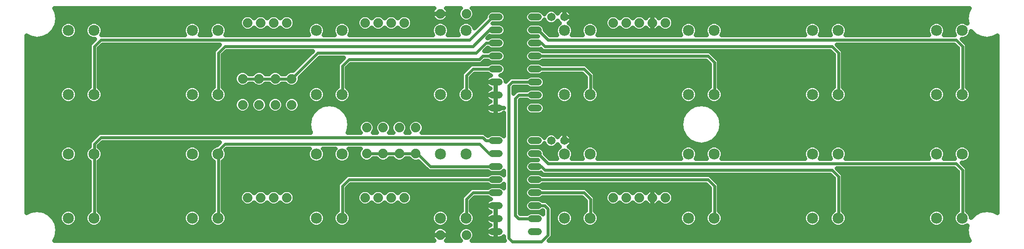
<source format=gbl>
G75*
G70*
%OFA0B0*%
%FSLAX24Y24*%
%IPPOS*%
%LPD*%
%AMOC8*
5,1,8,0,0,1.08239X$1,22.5*
%
%ADD10C,0.0520*%
%ADD11C,0.0740*%
%ADD12C,0.0650*%
%ADD13C,0.0850*%
%ADD14C,0.0240*%
%ADD15C,0.0320*%
D10*
X037500Y002510D02*
X038020Y002510D01*
X040500Y002510D02*
X041020Y002510D01*
X041020Y003510D02*
X040500Y003510D01*
X038020Y003510D02*
X037500Y003510D01*
X037500Y004510D02*
X038020Y004510D01*
X040500Y004510D02*
X041020Y004510D01*
X041020Y005510D02*
X040500Y005510D01*
X038020Y005510D02*
X037500Y005510D01*
X037500Y006510D02*
X038020Y006510D01*
X040500Y006510D02*
X041020Y006510D01*
X041020Y007510D02*
X040500Y007510D01*
X038020Y007510D02*
X037500Y007510D01*
X037500Y008510D02*
X038020Y008510D01*
X040500Y008510D02*
X041020Y008510D01*
X041020Y009510D02*
X040500Y009510D01*
X038020Y009510D02*
X037500Y009510D01*
X037500Y012010D02*
X038020Y012010D01*
X040500Y012010D02*
X041020Y012010D01*
X041020Y013010D02*
X040500Y013010D01*
X038020Y013010D02*
X037500Y013010D01*
X037500Y014010D02*
X038020Y014010D01*
X040500Y014010D02*
X041020Y014010D01*
X041020Y015010D02*
X040500Y015010D01*
X038020Y015010D02*
X037500Y015010D01*
X037500Y016010D02*
X038020Y016010D01*
X040500Y016010D02*
X041020Y016010D01*
X041020Y017010D02*
X040500Y017010D01*
X038020Y017010D02*
X037500Y017010D01*
X037500Y018010D02*
X038020Y018010D01*
X040500Y018010D02*
X041020Y018010D01*
X041020Y019010D02*
X040500Y019010D01*
X038020Y019010D02*
X037500Y019010D01*
D11*
X035510Y019260D03*
X033510Y019260D03*
X030760Y018556D03*
X029760Y018556D03*
X028760Y018556D03*
X027760Y018556D03*
X021760Y018556D03*
X020760Y018556D03*
X019760Y018556D03*
X018760Y018556D03*
X018385Y014260D03*
X019635Y014260D03*
X020885Y014260D03*
X022135Y014260D03*
X022135Y012260D03*
X020885Y012260D03*
X019635Y012260D03*
X018385Y012260D03*
X027885Y010510D03*
X029135Y010510D03*
X030385Y010510D03*
X031635Y010510D03*
X031635Y008510D03*
X030385Y008510D03*
X029135Y008510D03*
X027885Y008510D03*
X027760Y005118D03*
X028760Y005118D03*
X029760Y005118D03*
X030760Y005118D03*
X021760Y005118D03*
X020760Y005118D03*
X019760Y005118D03*
X018760Y005118D03*
X033510Y002260D03*
X035510Y002260D03*
X046760Y005118D03*
X047760Y005118D03*
X048760Y005118D03*
X049760Y005118D03*
X050760Y005118D03*
X050760Y018556D03*
X049760Y018556D03*
X048760Y018556D03*
X047760Y018556D03*
X046760Y018556D03*
D12*
X043010Y019010D03*
X042010Y019010D03*
X042010Y009510D03*
X043010Y009510D03*
D13*
X043026Y008471D03*
X044994Y008471D03*
X052526Y008471D03*
X054494Y008471D03*
X062026Y008471D03*
X063994Y008471D03*
X071526Y008471D03*
X073494Y008471D03*
X073494Y013049D03*
X071526Y013049D03*
X063994Y013049D03*
X062026Y013049D03*
X054494Y013049D03*
X052526Y013049D03*
X044994Y013049D03*
X043026Y013049D03*
X035494Y013049D03*
X033526Y013049D03*
X025994Y013049D03*
X024026Y013049D03*
X016494Y013049D03*
X014526Y013049D03*
X006994Y013049D03*
X005026Y013049D03*
X005026Y008471D03*
X006994Y008471D03*
X014526Y008471D03*
X016494Y008471D03*
X024026Y008471D03*
X025994Y008471D03*
X033526Y008471D03*
X035494Y008471D03*
X035494Y003549D03*
X033526Y003549D03*
X025994Y003549D03*
X024026Y003549D03*
X016494Y003549D03*
X014526Y003549D03*
X006994Y003549D03*
X005026Y003549D03*
X043026Y003549D03*
X044994Y003549D03*
X052526Y003549D03*
X054494Y003549D03*
X062026Y003549D03*
X063994Y003549D03*
X071526Y003549D03*
X073494Y003549D03*
X073494Y017971D03*
X071526Y017971D03*
X063994Y017971D03*
X062026Y017971D03*
X054494Y017971D03*
X052526Y017971D03*
X044994Y017971D03*
X043026Y017971D03*
X035494Y017971D03*
X033526Y017971D03*
X025994Y017971D03*
X024026Y017971D03*
X016494Y017971D03*
X014526Y017971D03*
X006994Y017971D03*
X005026Y017971D03*
D14*
X007010Y016760D02*
X007510Y017260D01*
X035760Y017260D01*
X037510Y019010D01*
X037760Y019010D01*
X037760Y018010D02*
X037260Y018010D01*
X036010Y016760D01*
X017010Y016760D01*
X016510Y016260D01*
X016510Y013065D01*
X016494Y013049D01*
X018385Y014260D02*
X019635Y014260D01*
X020885Y014260D01*
X022135Y014260D01*
X024135Y016260D01*
X036260Y016260D01*
X037010Y017010D01*
X037760Y017010D01*
X040760Y017010D02*
X041260Y017010D01*
X041510Y016760D01*
X063510Y016760D01*
X064010Y016260D01*
X064010Y013065D01*
X063994Y013049D01*
X073494Y013049D02*
X073510Y013065D01*
X073510Y016760D01*
X073010Y017260D01*
X041760Y017260D01*
X041010Y018010D01*
X040760Y018010D01*
X040760Y016010D02*
X054010Y016010D01*
X054510Y015510D01*
X054510Y013065D01*
X054494Y013049D01*
X045010Y013065D02*
X044994Y013049D01*
X045010Y013065D02*
X045010Y014510D01*
X044510Y015010D01*
X040760Y015010D01*
X040760Y014010D02*
X039010Y014010D01*
X038760Y013760D01*
X038760Y002010D01*
X039010Y001760D01*
X041260Y001760D01*
X041760Y002260D01*
X041760Y004260D01*
X041510Y004510D01*
X040760Y004510D01*
X039510Y003510D02*
X039260Y003760D01*
X039260Y012760D01*
X039510Y013010D01*
X040760Y013010D01*
X036010Y015010D02*
X035510Y014510D01*
X035510Y013065D01*
X035494Y013049D01*
X036010Y015010D02*
X037760Y015010D01*
X036760Y016010D02*
X036510Y015760D01*
X026510Y015760D01*
X026010Y015260D01*
X026010Y013065D01*
X025994Y013049D01*
X036760Y016010D02*
X037760Y016010D01*
X036760Y009760D02*
X007510Y009760D01*
X007010Y009260D01*
X007010Y003565D01*
X006994Y003549D01*
X016494Y003549D02*
X016510Y003565D01*
X016510Y008760D01*
X017010Y009260D01*
X036510Y009260D01*
X037260Y008510D01*
X037760Y008510D01*
X040760Y008510D02*
X041010Y008510D01*
X041760Y007760D01*
X073010Y007760D01*
X073510Y007260D01*
X073510Y003565D01*
X073494Y003549D01*
X064010Y003565D02*
X063994Y003549D01*
X064010Y003565D02*
X064010Y006760D01*
X063510Y007260D01*
X041510Y007260D01*
X041260Y007510D01*
X040760Y007510D01*
X040760Y006510D02*
X054010Y006510D01*
X054510Y006010D01*
X054510Y003565D01*
X054494Y003549D01*
X045010Y003565D02*
X044994Y003549D01*
X045010Y003565D02*
X045010Y005010D01*
X044510Y005510D01*
X040760Y005510D01*
X037760Y005510D02*
X036010Y005510D01*
X035510Y005010D01*
X035510Y003565D01*
X035494Y003549D01*
X039510Y003510D02*
X040760Y003510D01*
X037760Y006510D02*
X026510Y006510D01*
X026010Y006010D01*
X026010Y003565D01*
X025994Y003549D01*
X031760Y008510D02*
X032760Y007510D01*
X037760Y007510D01*
X031760Y008510D02*
X031635Y008510D01*
X030385Y008510D01*
X029135Y008510D01*
X027885Y008510D01*
X036760Y009760D02*
X037010Y009510D01*
X037760Y009510D01*
X007010Y013065D02*
X006994Y013049D01*
X007010Y013065D02*
X007010Y016760D01*
D15*
X004119Y002153D02*
X003949Y001820D01*
X033059Y001820D01*
X033029Y001850D01*
X032971Y001930D01*
X032926Y002018D01*
X032896Y002112D01*
X032880Y002210D01*
X032880Y002260D01*
X033510Y002260D01*
X034140Y002260D01*
X034140Y002310D01*
X034124Y002408D01*
X034094Y002502D01*
X034049Y002590D01*
X033991Y002670D01*
X033920Y002741D01*
X033840Y002799D01*
X033752Y002844D01*
X033658Y002874D01*
X033595Y002884D01*
X033658Y002884D01*
X033902Y002986D01*
X034090Y003173D01*
X034191Y003417D01*
X034191Y003682D01*
X034090Y003926D01*
X033902Y004113D01*
X033658Y004214D01*
X033393Y004214D01*
X033149Y004113D01*
X032962Y003926D01*
X032861Y003682D01*
X032861Y003417D01*
X032962Y003173D01*
X033149Y002986D01*
X033393Y002884D01*
X033425Y002884D01*
X033362Y002874D01*
X033268Y002844D01*
X033180Y002799D01*
X033100Y002741D01*
X033029Y002670D01*
X032971Y002590D01*
X032926Y002502D01*
X032896Y002408D01*
X032880Y002310D01*
X032880Y002260D01*
X033510Y002260D01*
X033510Y002260D01*
X033510Y002260D01*
X034140Y002260D01*
X034140Y002210D01*
X034124Y002112D01*
X034094Y002018D01*
X034049Y001930D01*
X033991Y001850D01*
X033961Y001820D01*
X035087Y001820D01*
X034993Y001914D01*
X034900Y002139D01*
X034900Y002381D01*
X034993Y002606D01*
X035164Y002777D01*
X035389Y002870D01*
X035631Y002870D01*
X035856Y002777D01*
X036027Y002606D01*
X036120Y002381D01*
X036120Y002139D01*
X036027Y001914D01*
X035933Y001820D01*
X038449Y001820D01*
X038400Y001938D01*
X038400Y002155D01*
X038359Y002113D01*
X038293Y002065D01*
X038220Y002028D01*
X038142Y002003D01*
X038061Y001990D01*
X037760Y001990D01*
X037760Y002510D01*
X037760Y002510D01*
X037760Y003510D01*
X037760Y003510D01*
X037760Y003990D01*
X037760Y004510D01*
X037760Y004510D01*
X036980Y004510D01*
X036980Y004551D01*
X036993Y004632D01*
X037018Y004710D01*
X037055Y004783D01*
X037103Y004849D01*
X037161Y004907D01*
X037227Y004955D01*
X037300Y004992D01*
X037378Y005017D01*
X037382Y005018D01*
X037217Y005086D01*
X037153Y005150D01*
X036159Y005150D01*
X035870Y004861D01*
X035870Y004114D01*
X035871Y004113D01*
X036058Y003926D01*
X036159Y003682D01*
X036159Y003417D01*
X036058Y003173D01*
X035871Y002986D01*
X035627Y002884D01*
X035362Y002884D01*
X035118Y002986D01*
X034930Y003173D01*
X034829Y003417D01*
X034829Y003682D01*
X034930Y003926D01*
X035118Y004113D01*
X035150Y004127D01*
X035150Y005082D01*
X031370Y005082D01*
X031370Y004997D02*
X031370Y005240D01*
X031277Y005464D01*
X031106Y005635D01*
X030881Y005728D01*
X030639Y005728D01*
X030414Y005635D01*
X030260Y005481D01*
X030106Y005635D01*
X029881Y005728D01*
X029639Y005728D01*
X029414Y005635D01*
X029260Y005481D01*
X029106Y005635D01*
X028881Y005728D01*
X028639Y005728D01*
X028414Y005635D01*
X028260Y005481D01*
X028106Y005635D01*
X027881Y005728D01*
X027639Y005728D01*
X027414Y005635D01*
X027243Y005464D01*
X027150Y005240D01*
X027150Y004997D01*
X027243Y004773D01*
X027414Y004601D01*
X027639Y004508D01*
X027881Y004508D01*
X028106Y004601D01*
X028260Y004756D01*
X028414Y004601D01*
X028639Y004508D01*
X028881Y004508D01*
X029106Y004601D01*
X029260Y004756D01*
X029414Y004601D01*
X029639Y004508D01*
X029881Y004508D01*
X030106Y004601D01*
X030260Y004756D01*
X030414Y004601D01*
X030639Y004508D01*
X030881Y004508D01*
X031106Y004601D01*
X031277Y004773D01*
X031370Y004997D01*
X031268Y004764D02*
X035150Y004764D01*
X035150Y005082D02*
X035205Y005214D01*
X035306Y005315D01*
X035806Y005815D01*
X035938Y005870D01*
X037153Y005870D01*
X037217Y005934D01*
X037401Y006010D01*
X038119Y006010D01*
X038303Y005934D01*
X038400Y005837D01*
X038400Y006183D01*
X038303Y006086D01*
X038119Y006010D01*
X037401Y006010D01*
X037217Y006086D01*
X037153Y006150D01*
X026659Y006150D01*
X026370Y005861D01*
X026370Y004114D01*
X026371Y004113D01*
X026558Y003926D01*
X026659Y003682D01*
X026659Y003417D01*
X026558Y003173D01*
X026371Y002986D01*
X026127Y002884D01*
X025862Y002884D01*
X025618Y002986D01*
X025430Y003173D01*
X025329Y003417D01*
X025329Y003682D01*
X025430Y003926D01*
X025618Y004113D01*
X025650Y004127D01*
X025650Y006082D01*
X025705Y006214D01*
X025806Y006315D01*
X026306Y006815D01*
X026438Y006870D01*
X037153Y006870D01*
X037217Y006934D01*
X037401Y007010D01*
X038119Y007010D01*
X038303Y006934D01*
X038400Y006837D01*
X038400Y007183D01*
X038303Y007086D01*
X038119Y007010D01*
X037401Y007010D01*
X037217Y007086D01*
X037153Y007150D01*
X032688Y007150D01*
X032556Y007205D01*
X032455Y007306D01*
X031830Y007931D01*
X031756Y007900D01*
X031514Y007900D01*
X031289Y007993D01*
X031132Y008150D01*
X030888Y008150D01*
X030731Y007993D01*
X030506Y007900D01*
X030264Y007900D01*
X030039Y007993D01*
X029882Y008150D01*
X029638Y008150D01*
X029481Y007993D01*
X029256Y007900D01*
X029014Y007900D01*
X028789Y007993D01*
X028632Y008150D01*
X028388Y008150D01*
X028231Y007993D01*
X028006Y007900D01*
X027764Y007900D01*
X027539Y007993D01*
X027368Y008164D01*
X027275Y008389D01*
X027275Y008631D01*
X027368Y008856D01*
X027412Y008900D01*
X026505Y008900D01*
X026558Y008847D01*
X026659Y008603D01*
X026659Y008338D01*
X026558Y008094D01*
X026371Y007907D01*
X026127Y007806D01*
X025862Y007806D01*
X025618Y007907D01*
X025430Y008094D01*
X025329Y008338D01*
X025329Y008603D01*
X025430Y008847D01*
X025483Y008900D01*
X024537Y008900D01*
X024590Y008847D01*
X024691Y008603D01*
X024691Y008338D01*
X024590Y008094D01*
X024402Y007907D01*
X024158Y007806D01*
X023893Y007806D01*
X023649Y007907D01*
X023462Y008094D01*
X023361Y008338D01*
X023361Y008603D01*
X023462Y008847D01*
X023515Y008900D01*
X017159Y008900D01*
X017072Y008813D01*
X017159Y008603D01*
X017159Y008338D01*
X017058Y008094D01*
X016871Y007907D01*
X016870Y007906D01*
X016870Y004114D01*
X016871Y004113D01*
X017058Y003926D01*
X017159Y003682D01*
X017159Y003417D01*
X017058Y003173D01*
X016871Y002986D01*
X016627Y002884D01*
X016362Y002884D01*
X016118Y002986D01*
X015930Y003173D01*
X015829Y003417D01*
X015829Y003682D01*
X015930Y003926D01*
X016118Y004113D01*
X016150Y004127D01*
X016150Y007893D01*
X016118Y007907D01*
X015930Y008094D01*
X015829Y008338D01*
X015829Y008603D01*
X015930Y008847D01*
X016118Y009034D01*
X016362Y009136D01*
X016377Y009136D01*
X016641Y009400D01*
X007659Y009400D01*
X007370Y009111D01*
X007370Y009035D01*
X007371Y009034D01*
X007558Y008847D01*
X007659Y008603D01*
X007659Y008338D01*
X007558Y008094D01*
X007371Y007907D01*
X007370Y007906D01*
X007370Y004114D01*
X007371Y004113D01*
X007558Y003926D01*
X007659Y003682D01*
X007659Y003417D01*
X007558Y003173D01*
X007371Y002986D01*
X007127Y002884D01*
X006862Y002884D01*
X006618Y002986D01*
X006430Y003173D01*
X006329Y003417D01*
X006329Y003682D01*
X006430Y003926D01*
X006618Y004113D01*
X006650Y004127D01*
X006650Y007893D01*
X006618Y007907D01*
X006430Y008094D01*
X006329Y008338D01*
X006329Y008603D01*
X006430Y008847D01*
X006618Y009034D01*
X006650Y009048D01*
X006650Y009332D01*
X006705Y009464D01*
X006806Y009565D01*
X007306Y010065D01*
X007438Y010120D01*
X023607Y010120D01*
X023526Y010278D01*
X023526Y010278D01*
X023450Y010760D01*
X023450Y010760D01*
X023526Y011242D01*
X023526Y011242D01*
X023748Y011677D01*
X023748Y011677D01*
X024093Y012022D01*
X024093Y012022D01*
X024528Y012244D01*
X024528Y012244D01*
X025010Y012320D01*
X025010Y012320D01*
X025492Y012244D01*
X025492Y012244D01*
X025927Y012022D01*
X025927Y012022D01*
X026272Y011677D01*
X026272Y011677D01*
X026494Y011242D01*
X026494Y011242D01*
X026570Y010760D01*
X026494Y010278D01*
X026494Y010278D01*
X026413Y010120D01*
X027412Y010120D01*
X027368Y010164D01*
X027275Y010389D01*
X027275Y010631D01*
X027368Y010856D01*
X027539Y011027D01*
X027764Y011120D01*
X028006Y011120D01*
X028231Y011027D01*
X028402Y010856D01*
X028495Y010631D01*
X028495Y010389D01*
X028402Y010164D01*
X028358Y010120D01*
X028662Y010120D01*
X028618Y010164D01*
X028525Y010389D01*
X028525Y010631D01*
X028618Y010856D01*
X028789Y011027D01*
X029014Y011120D01*
X029256Y011120D01*
X029481Y011027D01*
X029652Y010856D01*
X029745Y010631D01*
X029745Y010389D01*
X029652Y010164D01*
X029608Y010120D01*
X029912Y010120D01*
X029868Y010164D01*
X029775Y010389D01*
X029775Y010631D01*
X029868Y010856D01*
X030039Y011027D01*
X030264Y011120D01*
X030506Y011120D01*
X030731Y011027D01*
X030902Y010856D01*
X030995Y010631D01*
X030995Y010389D01*
X030902Y010164D01*
X030858Y010120D01*
X031162Y010120D01*
X031118Y010164D01*
X031025Y010389D01*
X031025Y010631D01*
X031118Y010856D01*
X031289Y011027D01*
X031514Y011120D01*
X031756Y011120D01*
X031981Y011027D01*
X032152Y010856D01*
X032245Y010631D01*
X032245Y010389D01*
X032152Y010164D01*
X032108Y010120D01*
X036832Y010120D01*
X036964Y010065D01*
X037065Y009964D01*
X037156Y009873D01*
X037217Y009934D01*
X037401Y010010D01*
X038119Y010010D01*
X038303Y009934D01*
X038400Y009837D01*
X038400Y011655D01*
X038359Y011613D01*
X038293Y011565D01*
X038220Y011528D01*
X038142Y011503D01*
X038061Y011490D01*
X037760Y011490D01*
X037760Y012010D01*
X038400Y012010D01*
X038400Y012010D01*
X037760Y012010D01*
X037760Y012010D01*
X037760Y012010D01*
X037760Y013010D01*
X037760Y013010D01*
X037760Y013530D01*
X037760Y014010D01*
X037760Y014010D01*
X036980Y014010D01*
X036980Y014051D01*
X036993Y014132D01*
X037018Y014210D01*
X037055Y014283D01*
X037103Y014349D01*
X037161Y014407D01*
X037227Y014455D01*
X037300Y014492D01*
X037378Y014517D01*
X037382Y014518D01*
X037217Y014586D01*
X037153Y014650D01*
X036159Y014650D01*
X035870Y014361D01*
X035870Y013614D01*
X035871Y013613D01*
X036058Y013426D01*
X036159Y013182D01*
X036159Y012917D01*
X036058Y012673D01*
X035871Y012486D01*
X035627Y012384D01*
X035362Y012384D01*
X035118Y012486D01*
X034930Y012673D01*
X034829Y012917D01*
X034829Y013182D01*
X034930Y013426D01*
X035118Y013613D01*
X035150Y013627D01*
X035150Y014582D01*
X035205Y014714D01*
X035306Y014815D01*
X035806Y015315D01*
X035938Y015370D01*
X037153Y015370D01*
X037217Y015434D01*
X037401Y015510D01*
X038119Y015510D01*
X038303Y015434D01*
X038444Y015293D01*
X038520Y015109D01*
X038520Y014911D01*
X038444Y014727D01*
X038303Y014586D01*
X038138Y014518D01*
X038142Y014517D01*
X038220Y014492D01*
X038293Y014455D01*
X038359Y014407D01*
X038417Y014349D01*
X038465Y014283D01*
X038502Y014210D01*
X038527Y014132D01*
X038540Y014051D01*
X038540Y014049D01*
X038556Y014065D01*
X038806Y014315D01*
X038938Y014370D01*
X040153Y014370D01*
X040217Y014434D01*
X040401Y014510D01*
X041119Y014510D01*
X041303Y014586D01*
X041367Y014650D01*
X044361Y014650D01*
X044650Y014361D01*
X044650Y013627D01*
X044618Y013613D01*
X044430Y013426D01*
X044329Y013182D01*
X044329Y012917D01*
X044430Y012673D01*
X044618Y012486D01*
X044862Y012384D01*
X045127Y012384D01*
X045371Y012486D01*
X045558Y012673D01*
X045659Y012917D01*
X045659Y013182D01*
X045558Y013426D01*
X045371Y013613D01*
X045370Y013614D01*
X045370Y014582D01*
X045315Y014714D01*
X045214Y014815D01*
X044714Y015315D01*
X044582Y015370D01*
X041367Y015370D01*
X041303Y015434D01*
X041119Y015510D01*
X041303Y015586D01*
X041367Y015650D01*
X053861Y015650D01*
X054150Y015361D01*
X054150Y013627D01*
X054118Y013613D01*
X053930Y013426D01*
X053829Y013182D01*
X053829Y012917D01*
X053930Y012673D01*
X054118Y012486D01*
X054362Y012384D01*
X054627Y012384D01*
X054871Y012486D01*
X055058Y012673D01*
X055159Y012917D01*
X055159Y013182D01*
X055058Y013426D01*
X054871Y013613D01*
X054870Y013614D01*
X054870Y015582D01*
X054815Y015714D01*
X054714Y015815D01*
X054214Y016315D01*
X054082Y016370D01*
X041367Y016370D01*
X041303Y016434D01*
X041119Y016510D01*
X040401Y016510D01*
X040217Y016434D01*
X040076Y016293D01*
X040000Y016109D01*
X040000Y015911D01*
X038520Y015911D01*
X038520Y016109D01*
X038444Y016293D01*
X038303Y016434D01*
X038119Y016510D01*
X038303Y016586D01*
X038444Y016727D01*
X038520Y016911D01*
X038520Y017109D01*
X038444Y017293D01*
X038303Y017434D01*
X038119Y017510D01*
X038303Y017586D01*
X038444Y017727D01*
X038520Y017911D01*
X038520Y018109D01*
X038444Y018293D01*
X038303Y018434D01*
X038119Y018510D01*
X038303Y018586D01*
X038444Y018727D01*
X038520Y018911D01*
X038520Y019109D01*
X038444Y019293D01*
X038303Y019434D01*
X038119Y019510D01*
X037401Y019510D01*
X037217Y019434D01*
X037076Y019293D01*
X037000Y019109D01*
X037000Y019009D01*
X036140Y018149D01*
X036058Y018347D01*
X035871Y018534D01*
X035627Y018636D01*
X035362Y018636D01*
X035118Y018534D01*
X034930Y018347D01*
X034829Y018103D01*
X034829Y017838D01*
X034920Y017620D01*
X034100Y017620D01*
X034191Y017838D01*
X034191Y018103D01*
X034090Y018347D01*
X033902Y018534D01*
X033658Y018636D01*
X033595Y018636D01*
X033658Y018646D01*
X033752Y018676D01*
X033840Y018721D01*
X033920Y018779D01*
X033991Y018850D01*
X034049Y018930D01*
X034094Y019018D01*
X034124Y019112D01*
X034140Y019210D01*
X034140Y019260D01*
X034140Y019310D01*
X034124Y019408D01*
X034094Y019502D01*
X034049Y019590D01*
X033991Y019670D01*
X033961Y019700D01*
X035087Y019700D01*
X034993Y019606D01*
X034900Y019381D01*
X034900Y019139D01*
X034993Y018914D01*
X035164Y018743D01*
X035389Y018650D01*
X035631Y018650D01*
X035856Y018743D01*
X036027Y018914D01*
X036120Y019139D01*
X036120Y019381D01*
X036027Y019606D01*
X035933Y019700D01*
X074071Y019700D01*
X073901Y019367D01*
X073825Y018885D01*
X073882Y018523D01*
X073871Y018534D01*
X073627Y018636D01*
X073362Y018636D01*
X073118Y018534D01*
X072930Y018347D01*
X072829Y018103D01*
X072829Y017838D01*
X072920Y017620D01*
X072100Y017620D01*
X072191Y017838D01*
X072191Y018103D01*
X072090Y018347D01*
X071902Y018534D01*
X071658Y018636D01*
X071393Y018636D01*
X071149Y018534D01*
X070962Y018347D01*
X070861Y018103D01*
X070861Y017838D01*
X070951Y017620D01*
X064569Y017620D01*
X064659Y017838D01*
X064659Y018103D01*
X064558Y018347D01*
X064371Y018534D01*
X064127Y018636D01*
X063862Y018636D01*
X063618Y018534D01*
X063430Y018347D01*
X063329Y018103D01*
X063329Y017838D01*
X063420Y017620D01*
X062600Y017620D01*
X062691Y017838D01*
X062691Y018103D01*
X062590Y018347D01*
X062402Y018534D01*
X062158Y018636D01*
X061893Y018636D01*
X061649Y018534D01*
X061462Y018347D01*
X061361Y018103D01*
X061361Y017838D01*
X061451Y017620D01*
X055069Y017620D01*
X055159Y017838D01*
X055159Y018103D01*
X055058Y018347D01*
X054871Y018534D01*
X054627Y018636D01*
X054362Y018636D01*
X054118Y018534D01*
X053930Y018347D01*
X053829Y018103D01*
X053829Y017838D01*
X053920Y017620D01*
X053100Y017620D01*
X053191Y017838D01*
X053191Y018103D01*
X053090Y018347D01*
X052902Y018534D01*
X052658Y018636D01*
X052393Y018636D01*
X052149Y018534D01*
X051962Y018347D01*
X051861Y018103D01*
X051861Y017838D01*
X051951Y017620D01*
X045569Y017620D01*
X045659Y017838D01*
X045659Y018103D01*
X045558Y018347D01*
X045371Y018534D01*
X045127Y018636D01*
X044862Y018636D01*
X044618Y018534D01*
X044430Y018347D01*
X044329Y018103D01*
X044329Y017838D01*
X044420Y017620D01*
X043600Y017620D01*
X043691Y017838D01*
X043691Y018103D01*
X043590Y018347D01*
X043402Y018534D01*
X043369Y018548D01*
X043391Y018564D01*
X043456Y018629D01*
X043510Y018703D01*
X043552Y018785D01*
X043581Y018873D01*
X043595Y018964D01*
X043595Y019010D01*
X043595Y019056D01*
X043581Y019147D01*
X043552Y019235D01*
X043510Y019317D01*
X043456Y019391D01*
X043391Y019456D01*
X043317Y019510D01*
X043235Y019552D01*
X043147Y019581D01*
X043056Y019595D01*
X043010Y019595D01*
X043010Y019010D01*
X043010Y019010D01*
X043595Y019010D01*
X043010Y019010D01*
X043010Y019010D01*
X043010Y019595D01*
X042964Y019595D01*
X042873Y019581D01*
X042785Y019552D01*
X042703Y019510D01*
X042629Y019456D01*
X042564Y019391D01*
X042510Y019317D01*
X042501Y019300D01*
X042489Y019330D01*
X042330Y019489D01*
X042122Y019575D01*
X041898Y019575D01*
X041690Y019489D01*
X041531Y019330D01*
X041480Y019206D01*
X041444Y019293D01*
X041303Y019434D01*
X041119Y019510D01*
X040401Y019510D01*
X040217Y019434D01*
X040076Y019293D01*
X040000Y019109D01*
X040000Y018911D01*
X040076Y018727D01*
X040217Y018586D01*
X040401Y018510D01*
X040217Y018434D01*
X040076Y018293D01*
X040000Y018109D01*
X040000Y017911D01*
X040076Y017727D01*
X040217Y017586D01*
X040401Y017510D01*
X040217Y017434D01*
X040076Y017293D01*
X040000Y017109D01*
X040000Y016911D01*
X040076Y016727D01*
X040217Y016586D01*
X040401Y016510D01*
X041119Y016510D01*
X041212Y016548D01*
X041306Y016455D01*
X041438Y016400D01*
X063361Y016400D01*
X063650Y016111D01*
X063650Y013627D01*
X063618Y013613D01*
X063430Y013426D01*
X063329Y013182D01*
X063329Y012917D01*
X063430Y012673D01*
X063618Y012486D01*
X063862Y012384D01*
X064127Y012384D01*
X064371Y012486D01*
X064558Y012673D01*
X064659Y012917D01*
X064659Y013182D01*
X064558Y013426D01*
X064371Y013613D01*
X064370Y013614D01*
X064370Y016332D01*
X064315Y016464D01*
X064214Y016565D01*
X064214Y016565D01*
X063879Y016900D01*
X072861Y016900D01*
X073150Y016611D01*
X073150Y013627D01*
X073118Y013613D01*
X072930Y013426D01*
X072829Y013182D01*
X072829Y012917D01*
X072930Y012673D01*
X073118Y012486D01*
X073362Y012384D01*
X073627Y012384D01*
X073871Y012486D01*
X074058Y012673D01*
X074159Y012917D01*
X074159Y013182D01*
X074058Y013426D01*
X073871Y013613D01*
X073870Y013614D01*
X073870Y016832D01*
X073815Y016964D01*
X073714Y017065D01*
X073473Y017306D01*
X073627Y017306D01*
X073871Y017407D01*
X074058Y017594D01*
X074159Y017838D01*
X074159Y017932D01*
X074468Y017623D01*
X074468Y017623D01*
X074903Y017401D01*
X075385Y017325D01*
X075867Y017401D01*
X076200Y017571D01*
X076200Y003949D01*
X075867Y004119D01*
X075385Y004195D01*
X074903Y004119D01*
X074903Y004119D01*
X074468Y003897D01*
X074159Y003588D01*
X074159Y003682D01*
X074058Y003926D01*
X073871Y004113D01*
X073870Y004114D01*
X073870Y007332D01*
X073815Y007464D01*
X073714Y007565D01*
X073473Y007806D01*
X073627Y007806D01*
X073871Y007907D01*
X074058Y008094D01*
X074159Y008338D01*
X074159Y008603D01*
X074058Y008847D01*
X073871Y009034D01*
X073627Y009136D01*
X073362Y009136D01*
X073118Y009034D01*
X072930Y008847D01*
X072829Y008603D01*
X072829Y008338D01*
X072920Y008120D01*
X072100Y008120D01*
X072191Y008338D01*
X072191Y008603D01*
X072090Y008847D01*
X071902Y009034D01*
X071658Y009136D01*
X071393Y009136D01*
X071149Y009034D01*
X070962Y008847D01*
X070861Y008603D01*
X070861Y008338D01*
X070951Y008120D01*
X064569Y008120D01*
X064659Y008338D01*
X064659Y008603D01*
X064558Y008847D01*
X064371Y009034D01*
X064127Y009136D01*
X063862Y009136D01*
X063618Y009034D01*
X063430Y008847D01*
X063329Y008603D01*
X063329Y008338D01*
X063420Y008120D01*
X062600Y008120D01*
X062691Y008338D01*
X062691Y008603D01*
X062590Y008847D01*
X062402Y009034D01*
X062158Y009136D01*
X061893Y009136D01*
X061649Y009034D01*
X061462Y008847D01*
X061361Y008603D01*
X061361Y008338D01*
X061451Y008120D01*
X055069Y008120D01*
X055159Y008338D01*
X055159Y008603D01*
X055058Y008847D01*
X054871Y009034D01*
X054627Y009136D01*
X054362Y009136D01*
X054118Y009034D01*
X053930Y008847D01*
X053829Y008603D01*
X053829Y008338D01*
X053920Y008120D01*
X053100Y008120D01*
X053191Y008338D01*
X053191Y008603D01*
X053090Y008847D01*
X052902Y009034D01*
X052658Y009136D01*
X052393Y009136D01*
X052149Y009034D01*
X051962Y008847D01*
X051861Y008603D01*
X051861Y008338D01*
X051951Y008120D01*
X045569Y008120D01*
X045659Y008338D01*
X045659Y008603D01*
X045558Y008847D01*
X045371Y009034D01*
X045127Y009136D01*
X044862Y009136D01*
X044618Y009034D01*
X044430Y008847D01*
X044329Y008603D01*
X044329Y008338D01*
X044420Y008120D01*
X043600Y008120D01*
X043691Y008338D01*
X043691Y008603D01*
X043590Y008847D01*
X043402Y009034D01*
X043369Y009048D01*
X043391Y009064D01*
X043456Y009129D01*
X043510Y009203D01*
X043552Y009285D01*
X043581Y009373D01*
X043595Y009464D01*
X043595Y009510D01*
X043595Y009556D01*
X043581Y009647D01*
X043552Y009735D01*
X043510Y009817D01*
X043456Y009891D01*
X043391Y009956D01*
X043317Y010010D01*
X043235Y010052D01*
X043147Y010081D01*
X043056Y010095D01*
X043010Y010095D01*
X043010Y009510D01*
X043010Y009510D01*
X043595Y009510D01*
X043010Y009510D01*
X043010Y009510D01*
X043010Y010095D01*
X042964Y010095D01*
X042873Y010081D01*
X042785Y010052D01*
X042703Y010010D01*
X042629Y009956D01*
X042564Y009891D01*
X042510Y009817D01*
X042501Y009800D01*
X042489Y009830D01*
X042330Y009989D01*
X042122Y010075D01*
X041898Y010075D01*
X041690Y009989D01*
X041531Y009830D01*
X041480Y009706D01*
X041444Y009793D01*
X041303Y009934D01*
X041119Y010010D01*
X040401Y010010D01*
X040217Y009934D01*
X040076Y009793D01*
X040000Y009609D01*
X040000Y009411D01*
X040076Y009227D01*
X040217Y009086D01*
X040401Y009010D01*
X040217Y008934D01*
X040076Y008793D01*
X040000Y008609D01*
X040000Y008411D01*
X040076Y008227D01*
X040217Y008086D01*
X040401Y008010D01*
X040217Y007934D01*
X040076Y007793D01*
X040000Y007609D01*
X040000Y007411D01*
X040076Y007227D01*
X040217Y007086D01*
X040401Y007010D01*
X040217Y006934D01*
X040076Y006793D01*
X040000Y006609D01*
X040000Y006411D01*
X040076Y006227D01*
X040217Y006086D01*
X040401Y006010D01*
X041119Y006010D01*
X041303Y006086D01*
X041367Y006150D01*
X053861Y006150D01*
X054150Y005861D01*
X054150Y004127D01*
X054118Y004113D01*
X053930Y003926D01*
X053829Y003682D01*
X053829Y003417D01*
X053930Y003173D01*
X054118Y002986D01*
X054362Y002884D01*
X054627Y002884D01*
X054871Y002986D01*
X055058Y003173D01*
X055159Y003417D01*
X055159Y003682D01*
X055058Y003926D01*
X054871Y004113D01*
X054870Y004114D01*
X054870Y006082D01*
X054815Y006214D01*
X054714Y006315D01*
X054214Y006815D01*
X054082Y006870D01*
X041367Y006870D01*
X041303Y006934D01*
X041119Y007010D01*
X040401Y007010D01*
X041119Y007010D01*
X041212Y007048D01*
X041306Y006955D01*
X041438Y006900D01*
X063361Y006900D01*
X063650Y006611D01*
X063650Y004127D01*
X063618Y004113D01*
X063430Y003926D01*
X063329Y003682D01*
X063329Y003417D01*
X063430Y003173D01*
X063618Y002986D01*
X063862Y002884D01*
X064127Y002884D01*
X064371Y002986D01*
X064558Y003173D01*
X064659Y003417D01*
X064659Y003682D01*
X064558Y003926D01*
X064371Y004113D01*
X064370Y004114D01*
X064370Y006832D01*
X064315Y006964D01*
X064214Y007065D01*
X064214Y007065D01*
X063879Y007400D01*
X072861Y007400D01*
X073150Y007111D01*
X073150Y004127D01*
X073118Y004113D01*
X072930Y003926D01*
X072829Y003682D01*
X072829Y003417D01*
X072930Y003173D01*
X073118Y002986D01*
X073362Y002884D01*
X073627Y002884D01*
X073871Y002986D01*
X073882Y002997D01*
X073825Y002635D01*
X073825Y002635D01*
X073901Y002153D01*
X073901Y002153D01*
X074071Y001820D01*
X041829Y001820D01*
X041964Y001955D01*
X042065Y002056D01*
X042120Y002188D01*
X042120Y004332D01*
X042065Y004464D01*
X041815Y004714D01*
X041714Y004815D01*
X041582Y004870D01*
X041367Y004870D01*
X041303Y004934D01*
X041119Y005010D01*
X041303Y005086D01*
X041367Y005150D01*
X044361Y005150D01*
X044650Y004861D01*
X044650Y004127D01*
X044618Y004113D01*
X044430Y003926D01*
X044329Y003682D01*
X044329Y003417D01*
X044430Y003173D01*
X044618Y002986D01*
X044862Y002884D01*
X045127Y002884D01*
X045371Y002986D01*
X045558Y003173D01*
X045659Y003417D01*
X045659Y003682D01*
X045558Y003926D01*
X045371Y004113D01*
X045370Y004114D01*
X045370Y005082D01*
X046150Y005082D01*
X046150Y004997D02*
X046243Y004773D01*
X046414Y004601D01*
X046639Y004508D01*
X046881Y004508D01*
X047106Y004601D01*
X047260Y004756D01*
X047414Y004601D01*
X047639Y004508D01*
X047881Y004508D01*
X048106Y004601D01*
X048260Y004756D01*
X048414Y004601D01*
X048639Y004508D01*
X048881Y004508D01*
X049106Y004601D01*
X049251Y004747D01*
X049279Y004708D01*
X049350Y004638D01*
X049430Y004579D01*
X049518Y004534D01*
X049612Y004504D01*
X049710Y004488D01*
X049760Y004488D01*
X049810Y004488D01*
X049908Y004504D01*
X050002Y004534D01*
X050090Y004579D01*
X050170Y004638D01*
X050241Y004708D01*
X050269Y004747D01*
X050414Y004601D01*
X050639Y004508D01*
X050881Y004508D01*
X051106Y004601D01*
X051277Y004773D01*
X051370Y004997D01*
X051370Y005240D01*
X051277Y005464D01*
X051106Y005635D01*
X050881Y005728D01*
X050639Y005728D01*
X050414Y005635D01*
X050269Y005490D01*
X050241Y005529D01*
X050170Y005599D01*
X050090Y005657D01*
X050002Y005702D01*
X049908Y005733D01*
X049810Y005748D01*
X049760Y005748D01*
X049760Y005118D01*
X049760Y004488D01*
X049760Y005118D01*
X049760Y005118D01*
X049760Y005748D01*
X049710Y005748D01*
X049612Y005733D01*
X049518Y005702D01*
X049430Y005657D01*
X049350Y005599D01*
X049279Y005529D01*
X049251Y005490D01*
X049106Y005635D01*
X048881Y005728D01*
X048639Y005728D01*
X048414Y005635D01*
X048260Y005481D01*
X048106Y005635D01*
X047881Y005728D01*
X047639Y005728D01*
X047414Y005635D01*
X047260Y005481D01*
X047106Y005635D01*
X046881Y005728D01*
X046639Y005728D01*
X046414Y005635D01*
X046243Y005464D01*
X046150Y005240D01*
X046150Y004997D01*
X046252Y004764D02*
X045370Y004764D01*
X045370Y005082D02*
X045315Y005214D01*
X045214Y005315D01*
X044714Y005815D01*
X044582Y005870D01*
X041367Y005870D01*
X041303Y005934D01*
X041119Y006010D01*
X040401Y006010D01*
X040217Y005934D01*
X040076Y005793D01*
X040000Y005609D01*
X040000Y005411D01*
X040076Y005227D01*
X040217Y005086D01*
X040401Y005010D01*
X041119Y005010D01*
X040401Y005010D01*
X040217Y004934D01*
X040076Y004793D01*
X040000Y004609D01*
X040000Y004411D01*
X040076Y004227D01*
X040217Y004086D01*
X040401Y004010D01*
X040217Y003934D01*
X040153Y003870D01*
X039659Y003870D01*
X039620Y003909D01*
X039620Y012611D01*
X039659Y012650D01*
X040153Y012650D01*
X040217Y012586D01*
X040401Y012510D01*
X040217Y012434D01*
X040076Y012293D01*
X040000Y012109D01*
X040000Y011911D01*
X040076Y011727D01*
X040217Y011586D01*
X040401Y011510D01*
X041119Y011510D01*
X041303Y011586D01*
X041444Y011727D01*
X041520Y011911D01*
X041520Y012109D01*
X041444Y012293D01*
X041303Y012434D01*
X041119Y012510D01*
X040401Y012510D01*
X041119Y012510D01*
X041303Y012586D01*
X041444Y012727D01*
X041520Y012911D01*
X041520Y013109D01*
X041444Y013293D01*
X041303Y013434D01*
X041119Y013510D01*
X041303Y013586D01*
X041444Y013727D01*
X041520Y013911D01*
X041520Y014109D01*
X041444Y014293D01*
X041303Y014434D01*
X041119Y014510D01*
X040401Y014510D01*
X040217Y014586D01*
X040076Y014727D01*
X040000Y014911D01*
X040000Y015109D01*
X040076Y015293D01*
X040217Y015434D01*
X040401Y015510D01*
X041119Y015510D01*
X040401Y015510D01*
X040217Y015586D01*
X040076Y015727D01*
X040000Y015911D01*
X040210Y015593D02*
X038310Y015593D01*
X038303Y015586D02*
X038444Y015727D01*
X038520Y015911D01*
X038303Y015586D02*
X038119Y015510D01*
X037401Y015510D01*
X037217Y015586D01*
X037153Y015650D01*
X036909Y015650D01*
X036815Y015556D01*
X036714Y015455D01*
X036582Y015400D01*
X026659Y015400D01*
X026370Y015111D01*
X026370Y013614D01*
X026371Y013613D01*
X026558Y013426D01*
X026659Y013182D01*
X026659Y012917D01*
X026558Y012673D01*
X026371Y012486D01*
X026127Y012384D01*
X025862Y012384D01*
X025618Y012486D01*
X025430Y012673D01*
X025329Y012917D01*
X025329Y013182D01*
X025430Y013426D01*
X025618Y013613D01*
X025650Y013627D01*
X025650Y015332D01*
X025705Y015464D01*
X025806Y015565D01*
X026141Y015900D01*
X024284Y015900D01*
X022745Y014361D01*
X022745Y014139D01*
X022652Y013914D01*
X022481Y013743D01*
X022256Y013650D01*
X022014Y013650D01*
X021789Y013743D01*
X021632Y013900D01*
X021388Y013900D01*
X021231Y013743D01*
X021006Y013650D01*
X020764Y013650D01*
X020539Y013743D01*
X020382Y013900D01*
X020138Y013900D01*
X019981Y013743D01*
X019756Y013650D01*
X019514Y013650D01*
X019289Y013743D01*
X019132Y013900D01*
X018888Y013900D01*
X018731Y013743D01*
X018506Y013650D01*
X018264Y013650D01*
X018039Y013743D01*
X017868Y013914D01*
X017775Y014139D01*
X017775Y014381D01*
X017868Y014606D01*
X018039Y014777D01*
X018264Y014870D01*
X018506Y014870D01*
X018731Y014777D01*
X018888Y014620D01*
X019132Y014620D01*
X019289Y014777D01*
X019514Y014870D01*
X019756Y014870D01*
X019981Y014777D01*
X020138Y014620D01*
X020382Y014620D01*
X020539Y014777D01*
X020764Y014870D01*
X021006Y014870D01*
X021231Y014777D01*
X021388Y014620D01*
X021632Y014620D01*
X021789Y014777D01*
X022014Y014870D01*
X022236Y014870D01*
X023766Y016400D01*
X017159Y016400D01*
X016870Y016111D01*
X016870Y013614D01*
X016871Y013613D01*
X017058Y013426D01*
X017159Y013182D01*
X017159Y012917D01*
X017058Y012673D01*
X016871Y012486D01*
X016627Y012384D01*
X016362Y012384D01*
X016118Y012486D01*
X015930Y012673D01*
X015829Y012917D01*
X015829Y013182D01*
X015930Y013426D01*
X016118Y013613D01*
X016150Y013627D01*
X016150Y016332D01*
X016205Y016464D01*
X016306Y016565D01*
X016641Y016900D01*
X007659Y016900D01*
X007370Y016611D01*
X007370Y013614D01*
X007371Y013613D01*
X007558Y013426D01*
X007659Y013182D01*
X007659Y012917D01*
X007558Y012673D01*
X007371Y012486D01*
X007127Y012384D01*
X006862Y012384D01*
X006618Y012486D01*
X006430Y012673D01*
X006329Y012917D01*
X006329Y013182D01*
X006430Y013426D01*
X006618Y013613D01*
X006650Y013627D01*
X006650Y016832D01*
X006705Y016964D01*
X006806Y017065D01*
X007047Y017306D01*
X006862Y017306D01*
X006618Y017407D01*
X006430Y017594D01*
X006329Y017838D01*
X006329Y018103D01*
X006430Y018347D01*
X006618Y018534D01*
X006862Y018636D01*
X007127Y018636D01*
X007371Y018534D01*
X007558Y018347D01*
X007659Y018103D01*
X007659Y017838D01*
X007569Y017620D01*
X013951Y017620D01*
X013861Y017838D01*
X013861Y018103D01*
X013962Y018347D01*
X014149Y018534D01*
X014393Y018636D01*
X014658Y018636D01*
X014902Y018534D01*
X015090Y018347D01*
X015191Y018103D01*
X015191Y017838D01*
X015100Y017620D01*
X015920Y017620D01*
X015829Y017838D01*
X015829Y018103D01*
X015930Y018347D01*
X016118Y018534D01*
X016362Y018636D01*
X016627Y018636D01*
X016871Y018534D01*
X017058Y018347D01*
X017159Y018103D01*
X017159Y017838D01*
X017069Y017620D01*
X023451Y017620D01*
X023361Y017838D01*
X023361Y018103D01*
X023462Y018347D01*
X023649Y018534D01*
X023893Y018636D01*
X024158Y018636D01*
X024402Y018534D01*
X024590Y018347D01*
X024691Y018103D01*
X024691Y017838D01*
X024600Y017620D01*
X025420Y017620D01*
X025329Y017838D01*
X025329Y018103D01*
X025430Y018347D01*
X025618Y018534D01*
X025862Y018636D01*
X026127Y018636D01*
X026371Y018534D01*
X026558Y018347D01*
X026659Y018103D01*
X026659Y017838D01*
X026569Y017620D01*
X032951Y017620D01*
X032861Y017838D01*
X032861Y018103D01*
X032962Y018347D01*
X033149Y018534D01*
X033393Y018636D01*
X033425Y018636D01*
X033362Y018646D01*
X033268Y018676D01*
X033180Y018721D01*
X033100Y018779D01*
X033029Y018850D01*
X032971Y018930D01*
X032926Y019018D01*
X032896Y019112D01*
X032880Y019210D01*
X032880Y019260D01*
X033510Y019260D01*
X034140Y019260D01*
X033510Y019260D01*
X033510Y019260D01*
X033510Y019260D01*
X032880Y019260D01*
X032880Y019310D01*
X032896Y019408D01*
X032926Y019502D01*
X032971Y019590D01*
X033029Y019670D01*
X033059Y019700D01*
X003949Y019700D01*
X004119Y019367D01*
X004119Y019367D01*
X004195Y018885D01*
X004119Y018403D01*
X004119Y018403D01*
X003897Y017968D01*
X003897Y017968D01*
X003552Y017623D01*
X003552Y017623D01*
X003117Y017401D01*
X003117Y017401D01*
X002635Y017325D01*
X002635Y017325D01*
X002153Y017401D01*
X002153Y017401D01*
X001820Y017571D01*
X001820Y003949D01*
X002153Y004119D01*
X002153Y004119D01*
X002635Y004195D01*
X002635Y004195D01*
X003117Y004119D01*
X003117Y004119D01*
X003552Y003897D01*
X003552Y003897D01*
X003897Y003552D01*
X003897Y003552D01*
X004119Y003117D01*
X004119Y003117D01*
X004195Y002635D01*
X004119Y002153D01*
X004119Y002153D01*
X004129Y002216D02*
X032880Y002216D01*
X032943Y002534D02*
X004179Y002534D01*
X004161Y002853D02*
X033295Y002853D01*
X033725Y002853D02*
X035346Y002853D01*
X035674Y002853D02*
X037107Y002853D01*
X037103Y002849D02*
X037055Y002783D01*
X037018Y002710D01*
X036993Y002632D01*
X036980Y002551D01*
X036980Y002510D01*
X037760Y002510D01*
X037760Y002510D01*
X037760Y002510D01*
X037760Y003030D01*
X037760Y003510D01*
X037760Y003510D01*
X036980Y003510D01*
X036980Y003551D01*
X036993Y003632D01*
X037018Y003710D01*
X037055Y003783D01*
X037103Y003849D01*
X037161Y003907D01*
X037227Y003955D01*
X037300Y003992D01*
X037356Y004010D01*
X037300Y004028D01*
X037227Y004065D01*
X037161Y004113D01*
X037103Y004171D01*
X037055Y004237D01*
X037018Y004310D01*
X036993Y004388D01*
X036980Y004469D01*
X036980Y004510D01*
X037760Y004510D01*
X037760Y004510D01*
X037760Y003510D01*
X037760Y003510D01*
X036980Y003510D01*
X036980Y003469D01*
X036993Y003388D01*
X037018Y003310D01*
X037055Y003237D01*
X037103Y003171D01*
X037161Y003113D01*
X037227Y003065D01*
X037300Y003028D01*
X037356Y003010D01*
X037300Y002992D01*
X037227Y002955D01*
X037161Y002907D01*
X037103Y002849D01*
X037104Y003171D02*
X036056Y003171D01*
X036159Y003490D02*
X036980Y003490D01*
X037074Y003808D02*
X036107Y003808D01*
X035870Y004127D02*
X037148Y004127D01*
X036984Y004445D02*
X035870Y004445D01*
X035150Y004445D02*
X026370Y004445D01*
X026370Y004127D02*
X033181Y004127D01*
X033870Y004127D02*
X035150Y004127D01*
X034882Y003808D02*
X034138Y003808D01*
X034191Y003490D02*
X034829Y003490D01*
X034932Y003171D02*
X034088Y003171D01*
X032964Y003171D02*
X026556Y003171D01*
X026659Y003490D02*
X032861Y003490D01*
X032913Y003808D02*
X026607Y003808D01*
X025650Y004127D02*
X024370Y004127D01*
X024402Y004113D02*
X024158Y004214D01*
X023893Y004214D01*
X023649Y004113D01*
X023462Y003926D01*
X023361Y003682D01*
X023361Y003417D01*
X023462Y003173D01*
X023649Y002986D01*
X023893Y002884D01*
X024158Y002884D01*
X024402Y002986D01*
X024590Y003173D01*
X024691Y003417D01*
X024691Y003682D01*
X024590Y003926D01*
X024402Y004113D01*
X023681Y004127D02*
X016870Y004127D01*
X016870Y004445D02*
X025650Y004445D01*
X025650Y004764D02*
X022268Y004764D01*
X022277Y004773D02*
X022370Y004997D01*
X022370Y005240D01*
X022277Y005464D01*
X022106Y005635D01*
X021881Y005728D01*
X021639Y005728D01*
X021414Y005635D01*
X021260Y005481D01*
X021106Y005635D01*
X020881Y005728D01*
X020639Y005728D01*
X020414Y005635D01*
X020260Y005481D01*
X020106Y005635D01*
X019881Y005728D01*
X019639Y005728D01*
X019414Y005635D01*
X019260Y005481D01*
X019106Y005635D01*
X018881Y005728D01*
X018639Y005728D01*
X018414Y005635D01*
X018243Y005464D01*
X018150Y005240D01*
X018150Y004997D01*
X018243Y004773D01*
X018414Y004601D01*
X018639Y004508D01*
X018881Y004508D01*
X019106Y004601D01*
X019260Y004756D01*
X019414Y004601D01*
X019639Y004508D01*
X019881Y004508D01*
X020106Y004601D01*
X020260Y004756D01*
X020414Y004601D01*
X020639Y004508D01*
X020881Y004508D01*
X021106Y004601D01*
X021260Y004756D01*
X021414Y004601D01*
X021639Y004508D01*
X021881Y004508D01*
X022106Y004601D01*
X022277Y004773D01*
X022370Y005082D02*
X025650Y005082D01*
X026370Y005082D02*
X027150Y005082D01*
X027252Y004764D02*
X026370Y004764D01*
X026370Y005401D02*
X027217Y005401D01*
X027616Y005719D02*
X026370Y005719D01*
X025650Y005719D02*
X021904Y005719D01*
X021616Y005719D02*
X020904Y005719D01*
X020616Y005719D02*
X019904Y005719D01*
X019616Y005719D02*
X018904Y005719D01*
X018616Y005719D02*
X016870Y005719D01*
X016870Y005401D02*
X018217Y005401D01*
X018150Y005082D02*
X016870Y005082D01*
X016870Y004764D02*
X018252Y004764D01*
X016150Y004764D02*
X007370Y004764D01*
X007370Y005082D02*
X016150Y005082D01*
X016150Y005401D02*
X007370Y005401D01*
X007370Y005719D02*
X016150Y005719D01*
X016150Y006038D02*
X007370Y006038D01*
X007370Y006356D02*
X016150Y006356D01*
X016870Y006356D02*
X025847Y006356D01*
X025650Y006038D02*
X016870Y006038D01*
X016870Y006675D02*
X026165Y006675D01*
X026547Y006038D02*
X037334Y006038D01*
X038186Y006038D02*
X038400Y006038D01*
X039620Y006038D02*
X040334Y006038D01*
X040023Y006356D02*
X039620Y006356D01*
X039620Y006675D02*
X040027Y006675D01*
X040360Y006993D02*
X039620Y006993D01*
X039620Y007312D02*
X040041Y007312D01*
X041160Y006993D02*
X041268Y006993D01*
X040009Y007630D02*
X039620Y007630D01*
X039620Y007949D02*
X040252Y007949D01*
X040401Y008010D02*
X041001Y008010D01*
X041001Y008010D01*
X040401Y008010D01*
X040059Y008267D02*
X039620Y008267D01*
X039620Y008586D02*
X040000Y008586D01*
X040187Y008904D02*
X039620Y008904D01*
X039620Y009223D02*
X040080Y009223D01*
X040401Y009010D02*
X041119Y009010D01*
X041303Y008934D01*
X041444Y008793D01*
X041520Y008609D01*
X041520Y008509D01*
X041909Y008120D01*
X042451Y008120D01*
X042361Y008338D01*
X042361Y008603D01*
X042462Y008847D01*
X042649Y009034D01*
X042662Y009040D01*
X042629Y009064D01*
X042564Y009129D01*
X042510Y009203D01*
X042501Y009220D01*
X042489Y009190D01*
X042330Y009031D01*
X042122Y008945D01*
X041898Y008945D01*
X041690Y009031D01*
X041531Y009190D01*
X041480Y009314D01*
X041444Y009227D01*
X041303Y009086D01*
X041119Y009010D01*
X040401Y009010D01*
X041333Y008904D02*
X042519Y008904D01*
X043533Y008904D02*
X044487Y008904D01*
X045501Y008904D02*
X052019Y008904D01*
X053033Y008904D02*
X053987Y008904D01*
X053992Y009276D02*
X053510Y009200D01*
X053510Y009200D01*
X053028Y009276D01*
X053028Y009276D01*
X052593Y009498D01*
X052593Y009498D01*
X052248Y009843D01*
X052248Y009843D01*
X052026Y010278D01*
X052026Y010278D01*
X051950Y010760D01*
X051950Y010760D01*
X052026Y011242D01*
X052026Y011242D01*
X052248Y011677D01*
X052248Y011677D01*
X052593Y012022D01*
X052593Y012022D01*
X053028Y012244D01*
X053028Y012244D01*
X053510Y012320D01*
X053510Y012320D01*
X053992Y012244D01*
X053992Y012244D01*
X054427Y012022D01*
X054772Y011677D01*
X054772Y011677D01*
X054994Y011242D01*
X055070Y010760D01*
X054994Y010278D01*
X054994Y010278D01*
X054772Y009843D01*
X054772Y009843D01*
X054427Y009498D01*
X054427Y009498D01*
X053992Y009276D01*
X053992Y009276D01*
X053652Y009223D02*
X076200Y009223D01*
X076200Y008904D02*
X074001Y008904D01*
X072987Y008904D02*
X072033Y008904D01*
X071019Y008904D02*
X064501Y008904D01*
X063487Y008904D02*
X062533Y008904D01*
X062691Y008586D02*
X063329Y008586D01*
X063359Y008267D02*
X062661Y008267D01*
X061390Y008267D02*
X055130Y008267D01*
X055159Y008586D02*
X061361Y008586D01*
X061519Y008904D02*
X055001Y008904D01*
X053829Y008586D02*
X053191Y008586D01*
X053161Y008267D02*
X053859Y008267D01*
X051890Y008267D02*
X045630Y008267D01*
X045659Y008586D02*
X051861Y008586D01*
X053368Y009223D02*
X043520Y009223D01*
X043595Y009541D02*
X052550Y009541D01*
X052240Y009860D02*
X043479Y009860D01*
X043010Y009860D02*
X043010Y009860D01*
X043010Y009541D02*
X043010Y009541D01*
X042541Y009860D02*
X042460Y009860D01*
X041560Y009860D02*
X041378Y009860D01*
X040142Y009860D02*
X039620Y009860D01*
X039620Y009541D02*
X040000Y009541D01*
X041440Y009223D02*
X041518Y009223D01*
X041520Y008586D02*
X042361Y008586D01*
X042390Y008267D02*
X041762Y008267D01*
X043661Y008267D02*
X044359Y008267D01*
X044329Y008586D02*
X043691Y008586D01*
X038400Y009860D02*
X038378Y009860D01*
X038400Y010178D02*
X032158Y010178D01*
X032245Y010497D02*
X038400Y010497D01*
X039620Y010497D02*
X051992Y010497D01*
X052077Y010178D02*
X039620Y010178D01*
X039620Y010815D02*
X051959Y010815D01*
X052009Y011134D02*
X039620Y011134D01*
X038400Y011134D02*
X026511Y011134D01*
X026561Y010815D02*
X027351Y010815D01*
X028419Y010815D02*
X028601Y010815D01*
X028525Y010497D02*
X028495Y010497D01*
X028408Y010178D02*
X028612Y010178D01*
X027362Y010178D02*
X026443Y010178D01*
X026528Y010497D02*
X027275Y010497D01*
X029658Y010178D02*
X029862Y010178D01*
X029775Y010497D02*
X029745Y010497D01*
X030908Y010178D02*
X031112Y010178D01*
X031025Y010497D02*
X030995Y010497D01*
X030919Y010815D02*
X031101Y010815D01*
X029851Y010815D02*
X029669Y010815D01*
X032169Y010815D02*
X038400Y010815D01*
X038400Y011452D02*
X026387Y011452D01*
X026179Y011771D02*
X037038Y011771D01*
X037055Y011737D02*
X037103Y011671D01*
X037161Y011613D01*
X037227Y011565D01*
X037300Y011528D01*
X037378Y011503D01*
X037459Y011490D01*
X037760Y011490D01*
X037760Y012010D01*
X037760Y012010D01*
X037760Y012010D01*
X036980Y012010D01*
X036980Y012051D01*
X036993Y012132D01*
X037018Y012210D01*
X037055Y012283D01*
X037103Y012349D01*
X037161Y012407D01*
X037227Y012455D01*
X037300Y012492D01*
X037356Y012510D01*
X037300Y012528D01*
X037227Y012565D01*
X037161Y012613D01*
X037103Y012671D01*
X037055Y012737D01*
X037018Y012810D01*
X036993Y012888D01*
X036980Y012969D01*
X036980Y013010D01*
X037760Y013010D01*
X037760Y013010D01*
X037760Y013010D01*
X037760Y014010D01*
X037760Y014010D01*
X036980Y014010D01*
X036980Y013969D01*
X036993Y013888D01*
X037018Y013810D01*
X037055Y013737D01*
X037103Y013671D01*
X037161Y013613D01*
X037227Y013565D01*
X037300Y013528D01*
X037356Y013510D01*
X037300Y013492D01*
X037227Y013455D01*
X037161Y013407D01*
X037103Y013349D01*
X037055Y013283D01*
X037018Y013210D01*
X036993Y013132D01*
X036980Y013051D01*
X036980Y013010D01*
X037760Y013010D01*
X037760Y012490D01*
X037760Y012010D01*
X036980Y012010D01*
X036980Y011969D01*
X036993Y011888D01*
X037018Y011810D01*
X037055Y011737D01*
X037760Y011771D02*
X037760Y011771D01*
X037760Y012089D02*
X037760Y012089D01*
X037760Y012408D02*
X037760Y012408D01*
X037162Y012408D02*
X035682Y012408D01*
X035306Y012408D02*
X033714Y012408D01*
X033658Y012384D02*
X033902Y012486D01*
X034090Y012673D01*
X034191Y012917D01*
X034191Y013182D01*
X034090Y013426D01*
X033902Y013613D01*
X033658Y013714D01*
X033393Y013714D01*
X033149Y013613D01*
X032962Y013426D01*
X032861Y013182D01*
X032861Y012917D01*
X032962Y012673D01*
X033149Y012486D01*
X033393Y012384D01*
X033658Y012384D01*
X033338Y012408D02*
X026182Y012408D01*
X025806Y012408D02*
X024214Y012408D01*
X024158Y012384D02*
X024402Y012486D01*
X024590Y012673D01*
X024691Y012917D01*
X024691Y013182D01*
X024590Y013426D01*
X024402Y013613D01*
X024158Y013714D01*
X023893Y013714D01*
X023649Y013613D01*
X023462Y013426D01*
X023361Y013182D01*
X023361Y012917D01*
X023462Y012673D01*
X023649Y012486D01*
X023893Y012384D01*
X024158Y012384D01*
X024224Y012089D02*
X022724Y012089D01*
X022745Y012139D02*
X022652Y011914D01*
X022481Y011743D01*
X022256Y011650D01*
X022014Y011650D01*
X021789Y011743D01*
X021618Y011914D01*
X021525Y012139D01*
X021525Y012381D01*
X021618Y012606D01*
X021789Y012777D01*
X022014Y012870D01*
X022256Y012870D01*
X022481Y012777D01*
X022652Y012606D01*
X022745Y012381D01*
X022745Y012139D01*
X022734Y012408D02*
X023838Y012408D01*
X023440Y012726D02*
X022532Y012726D01*
X021738Y012726D02*
X021282Y012726D01*
X021231Y012777D02*
X021006Y012870D01*
X020764Y012870D01*
X020539Y012777D01*
X020368Y012606D01*
X020275Y012381D01*
X020275Y012139D01*
X020368Y011914D01*
X020539Y011743D01*
X020764Y011650D01*
X021006Y011650D01*
X021231Y011743D01*
X021402Y011914D01*
X021495Y012139D01*
X021495Y012381D01*
X021402Y012606D01*
X021231Y012777D01*
X020488Y012726D02*
X020032Y012726D01*
X019981Y012777D02*
X019756Y012870D01*
X019514Y012870D01*
X019289Y012777D01*
X019118Y012606D01*
X019025Y012381D01*
X019025Y012139D01*
X019118Y011914D01*
X019289Y011743D01*
X019514Y011650D01*
X019756Y011650D01*
X019981Y011743D01*
X020152Y011914D01*
X020245Y012139D01*
X020245Y012381D01*
X020152Y012606D01*
X019981Y012777D01*
X019238Y012726D02*
X018782Y012726D01*
X018731Y012777D02*
X018506Y012870D01*
X018264Y012870D01*
X018039Y012777D01*
X017868Y012606D01*
X017775Y012381D01*
X017775Y012139D01*
X017868Y011914D01*
X018039Y011743D01*
X018264Y011650D01*
X018506Y011650D01*
X018731Y011743D01*
X018902Y011914D01*
X018995Y012139D01*
X018995Y012381D01*
X018902Y012606D01*
X018731Y012777D01*
X017988Y012726D02*
X017080Y012726D01*
X017159Y013045D02*
X023361Y013045D01*
X023436Y013363D02*
X017084Y013363D01*
X016870Y013682D02*
X018188Y013682D01*
X018582Y013682D02*
X019438Y013682D01*
X019832Y013682D02*
X020688Y013682D01*
X021082Y013682D02*
X021938Y013682D01*
X022332Y013682D02*
X023814Y013682D01*
X024237Y013682D02*
X025650Y013682D01*
X025404Y013363D02*
X024616Y013363D01*
X024691Y013045D02*
X025329Y013045D01*
X025408Y012726D02*
X024612Y012726D01*
X025796Y012089D02*
X036986Y012089D01*
X037064Y012726D02*
X036080Y012726D01*
X036159Y013045D02*
X036980Y013045D01*
X037760Y013045D02*
X037760Y013045D01*
X037760Y012726D02*
X037760Y012726D01*
X039120Y013129D02*
X039120Y013611D01*
X039159Y013650D01*
X040153Y013650D01*
X040217Y013586D01*
X040401Y013510D01*
X041119Y013510D01*
X040401Y013510D01*
X040217Y013434D01*
X040153Y013370D01*
X039438Y013370D01*
X039306Y013315D01*
X039120Y013129D01*
X039120Y013363D02*
X039422Y013363D01*
X037760Y013363D02*
X037760Y013363D01*
X037760Y013682D02*
X037760Y013682D01*
X037096Y013682D02*
X035870Y013682D01*
X036084Y013363D02*
X037118Y013363D01*
X035150Y013682D02*
X033737Y013682D01*
X033314Y013682D02*
X026370Y013682D01*
X026584Y013363D02*
X032936Y013363D01*
X034116Y013363D02*
X034904Y013363D01*
X034829Y013045D02*
X034191Y013045D01*
X034112Y012726D02*
X034908Y012726D01*
X032940Y012726D02*
X026580Y012726D01*
X026659Y013045D02*
X032861Y013045D01*
X035150Y014000D02*
X026370Y014000D01*
X026370Y014319D02*
X035150Y014319D01*
X035870Y014319D02*
X037081Y014319D01*
X036980Y014000D02*
X035870Y014000D01*
X036146Y014637D02*
X037166Y014637D01*
X038354Y014637D02*
X040166Y014637D01*
X040000Y014956D02*
X038520Y014956D01*
X038452Y015274D02*
X040068Y015274D01*
X041310Y015593D02*
X053918Y015593D01*
X054618Y015911D02*
X063650Y015911D01*
X063650Y015593D02*
X054865Y015593D01*
X054870Y015274D02*
X063650Y015274D01*
X063650Y014956D02*
X054870Y014956D01*
X054870Y014637D02*
X063650Y014637D01*
X064370Y014637D02*
X073150Y014637D01*
X073150Y014956D02*
X064370Y014956D01*
X064370Y015274D02*
X073150Y015274D01*
X073870Y015274D02*
X076200Y015274D01*
X076200Y014956D02*
X073870Y014956D01*
X073870Y014637D02*
X076200Y014637D01*
X076200Y014319D02*
X073870Y014319D01*
X073870Y014000D02*
X076200Y014000D01*
X076200Y013682D02*
X073870Y013682D01*
X074084Y013363D02*
X076200Y013363D01*
X076200Y013045D02*
X074159Y013045D01*
X074080Y012726D02*
X076200Y012726D01*
X076200Y012408D02*
X073682Y012408D01*
X073306Y012408D02*
X071714Y012408D01*
X071658Y012384D02*
X071902Y012486D01*
X072090Y012673D01*
X072191Y012917D01*
X072191Y013182D01*
X072090Y013426D01*
X071902Y013613D01*
X071658Y013714D01*
X071393Y013714D01*
X071149Y013613D01*
X070962Y013426D01*
X070861Y013182D01*
X070861Y012917D01*
X070962Y012673D01*
X071149Y012486D01*
X071393Y012384D01*
X071658Y012384D01*
X071338Y012408D02*
X064182Y012408D01*
X063806Y012408D02*
X062214Y012408D01*
X062158Y012384D02*
X062402Y012486D01*
X062590Y012673D01*
X062691Y012917D01*
X062691Y013182D01*
X062590Y013426D01*
X062402Y013613D01*
X062158Y013714D01*
X061893Y013714D01*
X061649Y013613D01*
X061462Y013426D01*
X061361Y013182D01*
X061361Y012917D01*
X061462Y012673D01*
X061649Y012486D01*
X061893Y012384D01*
X062158Y012384D01*
X061838Y012408D02*
X054682Y012408D01*
X054306Y012408D02*
X052714Y012408D01*
X052658Y012384D02*
X052902Y012486D01*
X053090Y012673D01*
X053191Y012917D01*
X053191Y013182D01*
X053090Y013426D01*
X052902Y013613D01*
X052658Y013714D01*
X052393Y013714D01*
X052149Y013613D01*
X051962Y013426D01*
X051861Y013182D01*
X051861Y012917D01*
X051962Y012673D01*
X052149Y012486D01*
X052393Y012384D01*
X052658Y012384D01*
X052724Y012089D02*
X041520Y012089D01*
X041330Y012408D02*
X042838Y012408D01*
X042893Y012384D02*
X043158Y012384D01*
X043402Y012486D01*
X043590Y012673D01*
X043691Y012917D01*
X043691Y013182D01*
X043590Y013426D01*
X043402Y013613D01*
X043158Y013714D01*
X042893Y013714D01*
X042649Y013613D01*
X042462Y013426D01*
X042361Y013182D01*
X042361Y012917D01*
X042462Y012673D01*
X042649Y012486D01*
X042893Y012384D01*
X043214Y012408D02*
X044806Y012408D01*
X045182Y012408D02*
X052338Y012408D01*
X051940Y012726D02*
X045580Y012726D01*
X045659Y013045D02*
X051861Y013045D01*
X051936Y013363D02*
X045584Y013363D01*
X045370Y013682D02*
X052314Y013682D01*
X052737Y013682D02*
X054150Y013682D01*
X053904Y013363D02*
X053116Y013363D01*
X053191Y013045D02*
X053829Y013045D01*
X053908Y012726D02*
X053112Y012726D01*
X055080Y012726D02*
X061440Y012726D01*
X061361Y013045D02*
X055159Y013045D01*
X055084Y013363D02*
X061436Y013363D01*
X061814Y013682D02*
X054870Y013682D01*
X054870Y014000D02*
X063650Y014000D01*
X063650Y014319D02*
X054870Y014319D01*
X054150Y014319D02*
X045370Y014319D01*
X045370Y014000D02*
X054150Y014000D01*
X054150Y014637D02*
X045347Y014637D01*
X045074Y014956D02*
X054150Y014956D01*
X054150Y015274D02*
X044755Y015274D01*
X044374Y014637D02*
X041354Y014637D01*
X041419Y014319D02*
X044650Y014319D01*
X044650Y014000D02*
X041520Y014000D01*
X041399Y013682D02*
X042814Y013682D01*
X043237Y013682D02*
X044650Y013682D01*
X044404Y013363D02*
X043616Y013363D01*
X042436Y013363D02*
X041374Y013363D01*
X041520Y013045D02*
X042361Y013045D01*
X042440Y012726D02*
X041443Y012726D01*
X040190Y012408D02*
X039620Y012408D01*
X039620Y012089D02*
X040000Y012089D01*
X040058Y011771D02*
X039620Y011771D01*
X039620Y011452D02*
X052133Y011452D01*
X052341Y011771D02*
X041462Y011771D01*
X043612Y012726D02*
X044408Y012726D01*
X044329Y013045D02*
X043691Y013045D01*
X038814Y014319D02*
X038439Y014319D01*
X037760Y014000D02*
X037760Y014000D01*
X035173Y014637D02*
X026370Y014637D01*
X026370Y014956D02*
X035446Y014956D01*
X035765Y015274D02*
X026533Y015274D01*
X025833Y015593D02*
X023977Y015593D01*
X023277Y015911D02*
X016870Y015911D01*
X016870Y015593D02*
X022958Y015593D01*
X022640Y015274D02*
X016870Y015274D01*
X016870Y014956D02*
X022321Y014956D01*
X021649Y014637D02*
X021371Y014637D01*
X020399Y014637D02*
X020121Y014637D01*
X019149Y014637D02*
X018871Y014637D01*
X017899Y014637D02*
X016870Y014637D01*
X016150Y014637D02*
X007370Y014637D01*
X007370Y014956D02*
X016150Y014956D01*
X016150Y015274D02*
X007370Y015274D01*
X006650Y015274D02*
X001820Y015274D01*
X001820Y014956D02*
X006650Y014956D01*
X006650Y014637D02*
X001820Y014637D01*
X001820Y014319D02*
X006650Y014319D01*
X006650Y014000D02*
X001820Y014000D01*
X001820Y013682D02*
X004814Y013682D01*
X004893Y013714D02*
X004649Y013613D01*
X004462Y013426D01*
X004361Y013182D01*
X004361Y012917D01*
X004462Y012673D01*
X004649Y012486D01*
X004893Y012384D01*
X005158Y012384D01*
X005402Y012486D01*
X005590Y012673D01*
X005691Y012917D01*
X005691Y013182D01*
X005590Y013426D01*
X005402Y013613D01*
X005158Y013714D01*
X004893Y013714D01*
X005237Y013682D02*
X006650Y013682D01*
X006404Y013363D02*
X005616Y013363D01*
X005691Y013045D02*
X006329Y013045D01*
X006408Y012726D02*
X005612Y012726D01*
X005214Y012408D02*
X006806Y012408D01*
X007182Y012408D02*
X014338Y012408D01*
X014393Y012384D02*
X014658Y012384D01*
X014902Y012486D01*
X015090Y012673D01*
X015191Y012917D01*
X015191Y013182D01*
X015090Y013426D01*
X014902Y013613D01*
X014658Y013714D01*
X014393Y013714D01*
X014149Y013613D01*
X013962Y013426D01*
X013861Y013182D01*
X013861Y012917D01*
X013962Y012673D01*
X014149Y012486D01*
X014393Y012384D01*
X014714Y012408D02*
X016306Y012408D01*
X016682Y012408D02*
X017786Y012408D01*
X017796Y012089D02*
X001820Y012089D01*
X001820Y012408D02*
X004838Y012408D01*
X004440Y012726D02*
X001820Y012726D01*
X001820Y013045D02*
X004361Y013045D01*
X004436Y013363D02*
X001820Y013363D01*
X007370Y013682D02*
X014314Y013682D01*
X014737Y013682D02*
X016150Y013682D01*
X015904Y013363D02*
X015116Y013363D01*
X015191Y013045D02*
X015829Y013045D01*
X015908Y012726D02*
X015112Y012726D01*
X013940Y012726D02*
X007580Y012726D01*
X007659Y013045D02*
X013861Y013045D01*
X013936Y013363D02*
X007584Y013363D01*
X007370Y014000D02*
X016150Y014000D01*
X016150Y014319D02*
X007370Y014319D01*
X007370Y015593D02*
X016150Y015593D01*
X016150Y015911D02*
X007370Y015911D01*
X006650Y015911D02*
X001820Y015911D01*
X001820Y015593D02*
X006650Y015593D01*
X006650Y016230D02*
X001820Y016230D01*
X001820Y016548D02*
X006650Y016548D01*
X007370Y016548D02*
X016289Y016548D01*
X016150Y016230D02*
X007370Y016230D01*
X007626Y016867D02*
X016607Y016867D01*
X016989Y016230D02*
X023595Y016230D01*
X023658Y015274D02*
X025650Y015274D01*
X025650Y014956D02*
X023340Y014956D01*
X023021Y014637D02*
X025650Y014637D01*
X025650Y014319D02*
X022745Y014319D01*
X022688Y014000D02*
X025650Y014000D01*
X021536Y012408D02*
X021484Y012408D01*
X021474Y012089D02*
X021546Y012089D01*
X020296Y012089D02*
X020224Y012089D01*
X020234Y012408D02*
X020286Y012408D01*
X019036Y012408D02*
X018984Y012408D01*
X018974Y012089D02*
X019046Y012089D01*
X019262Y011771D02*
X018758Y011771D01*
X018012Y011771D02*
X001820Y011771D01*
X001820Y011452D02*
X023633Y011452D01*
X023841Y011771D02*
X022508Y011771D01*
X021762Y011771D02*
X021258Y011771D01*
X020512Y011771D02*
X020008Y011771D01*
X023509Y011134D02*
X001820Y011134D01*
X001820Y010815D02*
X023459Y010815D01*
X023492Y010497D02*
X001820Y010497D01*
X001820Y010178D02*
X023577Y010178D01*
X023361Y008586D02*
X017159Y008586D01*
X017130Y008267D02*
X023390Y008267D01*
X023607Y007949D02*
X016913Y007949D01*
X016870Y007630D02*
X032131Y007630D01*
X031397Y007949D02*
X030623Y007949D01*
X030147Y007949D02*
X029373Y007949D01*
X028897Y007949D02*
X028123Y007949D01*
X027647Y007949D02*
X026413Y007949D01*
X025576Y007949D02*
X024444Y007949D01*
X024661Y008267D02*
X025359Y008267D01*
X025329Y008586D02*
X024691Y008586D01*
X026630Y008267D02*
X027325Y008267D01*
X027275Y008586D02*
X026659Y008586D01*
X032449Y007312D02*
X016870Y007312D01*
X016870Y006993D02*
X037360Y006993D01*
X038160Y006993D02*
X038400Y006993D01*
X041186Y006038D02*
X053973Y006038D01*
X054673Y006356D02*
X063650Y006356D01*
X063650Y006038D02*
X054870Y006038D01*
X054870Y005719D02*
X063650Y005719D01*
X063650Y005401D02*
X054870Y005401D01*
X054150Y005401D02*
X051303Y005401D01*
X050904Y005719D02*
X054150Y005719D01*
X054150Y005082D02*
X051370Y005082D01*
X051268Y004764D02*
X054150Y004764D01*
X054870Y004764D02*
X063650Y004764D01*
X063650Y005082D02*
X054870Y005082D01*
X054870Y004445D02*
X063650Y004445D01*
X063650Y004127D02*
X062370Y004127D01*
X062402Y004113D02*
X062158Y004214D01*
X061893Y004214D01*
X061649Y004113D01*
X061462Y003926D01*
X061361Y003682D01*
X061361Y003417D01*
X061462Y003173D01*
X061649Y002986D01*
X061893Y002884D01*
X062158Y002884D01*
X062402Y002986D01*
X062590Y003173D01*
X062691Y003417D01*
X062691Y003682D01*
X062590Y003926D01*
X062402Y004113D01*
X061681Y004127D02*
X054870Y004127D01*
X054150Y004127D02*
X052870Y004127D01*
X052902Y004113D02*
X052658Y004214D01*
X052393Y004214D01*
X052149Y004113D01*
X051962Y003926D01*
X051861Y003682D01*
X051861Y003417D01*
X051962Y003173D01*
X052149Y002986D01*
X052393Y002884D01*
X052658Y002884D01*
X052902Y002986D01*
X053090Y003173D01*
X053191Y003417D01*
X053191Y003682D01*
X053090Y003926D01*
X052902Y004113D01*
X052181Y004127D02*
X045370Y004127D01*
X045370Y004445D02*
X054150Y004445D01*
X053882Y003808D02*
X053138Y003808D01*
X053191Y003490D02*
X053829Y003490D01*
X053932Y003171D02*
X053088Y003171D01*
X051964Y003171D02*
X045556Y003171D01*
X045659Y003490D02*
X051861Y003490D01*
X051913Y003808D02*
X045607Y003808D01*
X044650Y004127D02*
X043370Y004127D01*
X043402Y004113D02*
X043158Y004214D01*
X042893Y004214D01*
X042649Y004113D01*
X042462Y003926D01*
X042361Y003682D01*
X042361Y003417D01*
X042462Y003173D01*
X042649Y002986D01*
X042893Y002884D01*
X043158Y002884D01*
X043402Y002986D01*
X043590Y003173D01*
X043691Y003417D01*
X043691Y003682D01*
X043590Y003926D01*
X043402Y004113D01*
X042681Y004127D02*
X042120Y004127D01*
X042073Y004445D02*
X044650Y004445D01*
X044650Y004764D02*
X041766Y004764D01*
X041293Y005082D02*
X044429Y005082D01*
X045129Y005401D02*
X046217Y005401D01*
X046616Y005719D02*
X044810Y005719D01*
X046904Y005719D02*
X047616Y005719D01*
X047904Y005719D02*
X048616Y005719D01*
X048904Y005719D02*
X049570Y005719D01*
X049760Y005719D02*
X049760Y005719D01*
X049950Y005719D02*
X050616Y005719D01*
X049760Y005401D02*
X049760Y005401D01*
X049760Y005118D02*
X049760Y005118D01*
X049760Y005082D02*
X049760Y005082D01*
X049760Y004764D02*
X049760Y004764D01*
X055107Y003808D02*
X061413Y003808D01*
X061361Y003490D02*
X055159Y003490D01*
X055056Y003171D02*
X061464Y003171D01*
X062588Y003171D02*
X063432Y003171D01*
X064556Y003171D02*
X070964Y003171D01*
X070962Y003173D02*
X071149Y002986D01*
X071393Y002884D01*
X071658Y002884D01*
X071902Y002986D01*
X072090Y003173D01*
X072191Y003417D01*
X072191Y003682D01*
X072090Y003926D01*
X071902Y004113D01*
X071658Y004214D01*
X071393Y004214D01*
X071149Y004113D01*
X070962Y003926D01*
X070861Y003682D01*
X070861Y003417D01*
X070962Y003173D01*
X070861Y003490D02*
X064659Y003490D01*
X064607Y003808D02*
X070913Y003808D01*
X071181Y004127D02*
X064370Y004127D01*
X064370Y004445D02*
X073150Y004445D01*
X073150Y004127D02*
X071870Y004127D01*
X072138Y003808D02*
X072882Y003808D01*
X072829Y003490D02*
X072191Y003490D01*
X072088Y003171D02*
X072932Y003171D01*
X073859Y002853D02*
X042120Y002853D01*
X042120Y003171D02*
X042464Y003171D01*
X043588Y003171D02*
X044432Y003171D01*
X044329Y003490D02*
X043691Y003490D01*
X043638Y003808D02*
X044382Y003808D01*
X042413Y003808D02*
X042120Y003808D01*
X042120Y003490D02*
X042361Y003490D01*
X041400Y003837D02*
X041303Y003934D01*
X041119Y004010D01*
X040401Y004010D01*
X041119Y004010D01*
X041303Y004086D01*
X041364Y004147D01*
X041400Y004111D01*
X041400Y003837D01*
X041384Y004127D02*
X041344Y004127D01*
X040176Y004127D02*
X039620Y004127D01*
X039620Y004445D02*
X040000Y004445D01*
X040064Y004764D02*
X039620Y004764D01*
X039620Y005082D02*
X040227Y005082D01*
X040004Y005401D02*
X039620Y005401D01*
X039620Y005719D02*
X040045Y005719D01*
X037227Y005082D02*
X036091Y005082D01*
X035870Y004764D02*
X037046Y004764D01*
X037760Y004445D02*
X037760Y004445D01*
X037760Y004127D02*
X037760Y004127D01*
X037760Y003808D02*
X037760Y003808D01*
X037760Y003490D02*
X037760Y003490D01*
X037760Y003171D02*
X037760Y003171D01*
X037760Y002853D02*
X037760Y002853D01*
X037760Y002534D02*
X037760Y002534D01*
X037760Y002510D02*
X036980Y002510D01*
X036980Y002469D01*
X036993Y002388D01*
X037018Y002310D01*
X037055Y002237D01*
X037103Y002171D01*
X037161Y002113D01*
X037227Y002065D01*
X037300Y002028D01*
X037378Y002003D01*
X037459Y001990D01*
X037760Y001990D01*
X037760Y002510D01*
X037760Y002216D02*
X037760Y002216D01*
X037071Y002216D02*
X036120Y002216D01*
X036057Y002534D02*
X036980Y002534D01*
X036010Y001897D02*
X038417Y001897D01*
X041906Y001897D02*
X074032Y001897D01*
X073891Y002216D02*
X042120Y002216D01*
X042120Y002534D02*
X073841Y002534D01*
X074107Y003808D02*
X074379Y003808D01*
X074468Y003897D02*
X074468Y003897D01*
X074953Y004127D02*
X073870Y004127D01*
X073870Y004445D02*
X076200Y004445D01*
X076200Y004127D02*
X075817Y004127D01*
X075867Y004119D02*
X075867Y004119D01*
X075385Y004195D02*
X075385Y004195D01*
X076200Y004764D02*
X073870Y004764D01*
X073870Y005082D02*
X076200Y005082D01*
X076200Y005401D02*
X073870Y005401D01*
X073870Y005719D02*
X076200Y005719D01*
X076200Y006038D02*
X073870Y006038D01*
X073870Y006356D02*
X076200Y006356D01*
X076200Y006675D02*
X073870Y006675D01*
X073870Y006993D02*
X076200Y006993D01*
X076200Y007312D02*
X073870Y007312D01*
X073150Y006993D02*
X064286Y006993D01*
X064370Y006675D02*
X073150Y006675D01*
X073150Y006356D02*
X064370Y006356D01*
X064370Y006038D02*
X073150Y006038D01*
X073150Y005719D02*
X064370Y005719D01*
X064370Y005401D02*
X073150Y005401D01*
X073150Y005082D02*
X064370Y005082D01*
X064370Y004764D02*
X073150Y004764D01*
X072949Y007312D02*
X063968Y007312D01*
X063586Y006675D02*
X054355Y006675D01*
X054470Y009541D02*
X076200Y009541D01*
X076200Y009860D02*
X054780Y009860D01*
X054943Y010178D02*
X076200Y010178D01*
X076200Y010497D02*
X055028Y010497D01*
X055061Y010815D02*
X076200Y010815D01*
X076200Y011134D02*
X055011Y011134D01*
X054887Y011452D02*
X076200Y011452D01*
X076200Y011771D02*
X054679Y011771D01*
X054296Y012089D02*
X076200Y012089D01*
X072908Y012726D02*
X072112Y012726D01*
X072191Y013045D02*
X072829Y013045D01*
X072904Y013363D02*
X072116Y013363D01*
X071737Y013682D02*
X073150Y013682D01*
X073150Y014000D02*
X064370Y014000D01*
X064370Y014319D02*
X073150Y014319D01*
X071314Y013682D02*
X064370Y013682D01*
X064584Y013363D02*
X070936Y013363D01*
X070861Y013045D02*
X064659Y013045D01*
X064580Y012726D02*
X070940Y012726D01*
X063650Y013682D02*
X062237Y013682D01*
X062616Y013363D02*
X063404Y013363D01*
X063329Y013045D02*
X062691Y013045D01*
X062612Y012726D02*
X063408Y012726D01*
X064370Y015593D02*
X073150Y015593D01*
X073150Y015911D02*
X064370Y015911D01*
X064370Y016230D02*
X073150Y016230D01*
X073150Y016548D02*
X064231Y016548D01*
X063531Y016230D02*
X054300Y016230D01*
X053836Y017822D02*
X053184Y017822D01*
X053175Y018141D02*
X053845Y018141D01*
X054042Y018459D02*
X052978Y018459D01*
X052074Y018459D02*
X051370Y018459D01*
X051370Y018435D02*
X051370Y018678D01*
X051277Y018902D01*
X051106Y019073D01*
X050881Y019166D01*
X050639Y019166D01*
X050414Y019073D01*
X050269Y018928D01*
X050241Y018967D01*
X050170Y019037D01*
X050090Y019095D01*
X050002Y019140D01*
X049908Y019171D01*
X049810Y019186D01*
X049760Y019186D01*
X049760Y018556D01*
X049760Y017926D01*
X049810Y017926D01*
X049908Y017942D01*
X050002Y017972D01*
X050090Y018017D01*
X050170Y018076D01*
X050241Y018146D01*
X050269Y018185D01*
X050414Y018039D01*
X050639Y017946D01*
X050881Y017946D01*
X051106Y018039D01*
X051277Y018211D01*
X051370Y018435D01*
X051207Y018141D02*
X051876Y018141D01*
X051868Y017822D02*
X045652Y017822D01*
X046243Y018211D02*
X046414Y018039D01*
X046639Y017946D01*
X046881Y017946D01*
X047106Y018039D01*
X047260Y018194D01*
X047414Y018039D01*
X047639Y017946D01*
X047881Y017946D01*
X048106Y018039D01*
X048260Y018194D01*
X048414Y018039D01*
X048639Y017946D01*
X048881Y017946D01*
X049106Y018039D01*
X049251Y018185D01*
X049279Y018146D01*
X049350Y018076D01*
X049430Y018017D01*
X049518Y017972D01*
X049612Y017942D01*
X049710Y017926D01*
X049760Y017926D01*
X049760Y018556D01*
X049760Y018556D01*
X049760Y019186D01*
X049710Y019186D01*
X049612Y019171D01*
X049518Y019140D01*
X049430Y019095D01*
X049350Y019037D01*
X049279Y018967D01*
X049251Y018928D01*
X049106Y019073D01*
X048881Y019166D01*
X048639Y019166D01*
X048414Y019073D01*
X048260Y018919D01*
X048106Y019073D01*
X047881Y019166D01*
X047639Y019166D01*
X047414Y019073D01*
X047260Y018919D01*
X047106Y019073D01*
X046881Y019166D01*
X046639Y019166D01*
X046414Y019073D01*
X046243Y018902D01*
X046150Y018678D01*
X046150Y018435D01*
X046243Y018211D01*
X046313Y018141D02*
X045644Y018141D01*
X045446Y018459D02*
X046150Y018459D01*
X047207Y018141D02*
X047313Y018141D01*
X048207Y018141D02*
X048313Y018141D01*
X049207Y018141D02*
X049285Y018141D01*
X049760Y018141D02*
X049760Y018141D01*
X049760Y018459D02*
X049760Y018459D01*
X049760Y018556D02*
X049760Y018556D01*
X049760Y018778D02*
X049760Y018778D01*
X049760Y019096D02*
X049760Y019096D01*
X049432Y019096D02*
X049051Y019096D01*
X048469Y019096D02*
X048051Y019096D01*
X047469Y019096D02*
X047051Y019096D01*
X046469Y019096D02*
X043589Y019096D01*
X043548Y018778D02*
X046191Y018778D01*
X044542Y018459D02*
X043478Y018459D01*
X043675Y018141D02*
X044345Y018141D01*
X044336Y017822D02*
X043684Y017822D01*
X042451Y017620D02*
X041909Y017620D01*
X041520Y018009D01*
X041520Y018109D01*
X041444Y018293D01*
X041303Y018434D01*
X041119Y018510D01*
X040401Y018510D01*
X041119Y018510D01*
X041303Y018586D01*
X041444Y018727D01*
X041480Y018814D01*
X041531Y018690D01*
X041690Y018531D01*
X041898Y018445D01*
X042122Y018445D01*
X042330Y018531D01*
X042489Y018690D01*
X042501Y018720D01*
X042510Y018703D01*
X042564Y018629D01*
X042629Y018564D01*
X042662Y018540D01*
X042649Y018534D01*
X042462Y018347D01*
X042361Y018103D01*
X042361Y017838D01*
X042451Y017620D01*
X042368Y017822D02*
X041707Y017822D01*
X041001Y017510D02*
X040401Y017510D01*
X041001Y017510D01*
X041001Y017510D01*
X040385Y017504D02*
X038135Y017504D01*
X038119Y017510D02*
X037401Y017510D01*
X037308Y017548D01*
X037129Y017370D01*
X037153Y017370D01*
X037217Y017434D01*
X037401Y017510D01*
X038119Y017510D01*
X038483Y017822D02*
X040037Y017822D01*
X040013Y018141D02*
X038507Y018141D01*
X038243Y018459D02*
X040277Y018459D01*
X041243Y018459D02*
X041864Y018459D01*
X042156Y018459D02*
X042574Y018459D01*
X042376Y018141D02*
X041507Y018141D01*
X041495Y018778D02*
X041465Y018778D01*
X040055Y018778D02*
X038465Y018778D01*
X038520Y019096D02*
X040000Y019096D01*
X040197Y019415D02*
X038323Y019415D01*
X037197Y019415D02*
X036106Y019415D01*
X036102Y019096D02*
X037000Y019096D01*
X036768Y018778D02*
X035890Y018778D01*
X035130Y018778D02*
X033918Y018778D01*
X034119Y019096D02*
X034918Y019096D01*
X034914Y019415D02*
X034122Y019415D01*
X032898Y019415D02*
X004094Y019415D01*
X004162Y019096D02*
X018469Y019096D01*
X018414Y019073D02*
X018243Y018902D01*
X018150Y018678D01*
X018150Y018435D01*
X018243Y018211D01*
X018414Y018039D01*
X018639Y017946D01*
X018881Y017946D01*
X019106Y018039D01*
X019260Y018194D01*
X019414Y018039D01*
X019639Y017946D01*
X019881Y017946D01*
X020106Y018039D01*
X020260Y018194D01*
X020414Y018039D01*
X020639Y017946D01*
X020881Y017946D01*
X021106Y018039D01*
X021260Y018194D01*
X021414Y018039D01*
X021639Y017946D01*
X021881Y017946D01*
X022106Y018039D01*
X022277Y018211D01*
X022370Y018435D01*
X022370Y018678D01*
X022277Y018902D01*
X022106Y019073D01*
X021881Y019166D01*
X021639Y019166D01*
X021414Y019073D01*
X021260Y018919D01*
X021106Y019073D01*
X020881Y019166D01*
X020639Y019166D01*
X020414Y019073D01*
X020260Y018919D01*
X020106Y019073D01*
X019881Y019166D01*
X019639Y019166D01*
X019414Y019073D01*
X019260Y018919D01*
X019106Y019073D01*
X018881Y019166D01*
X018639Y019166D01*
X018414Y019073D01*
X018191Y018778D02*
X004178Y018778D01*
X004462Y018347D02*
X004649Y018534D01*
X004893Y018636D01*
X005158Y018636D01*
X005402Y018534D01*
X005590Y018347D01*
X005691Y018103D01*
X005691Y017838D01*
X005590Y017594D01*
X005402Y017407D01*
X005158Y017306D01*
X004893Y017306D01*
X004649Y017407D01*
X004462Y017594D01*
X004361Y017838D01*
X004361Y018103D01*
X004462Y018347D01*
X004574Y018459D02*
X004128Y018459D01*
X003985Y018141D02*
X004376Y018141D01*
X004368Y017822D02*
X003751Y017822D01*
X003318Y017504D02*
X004552Y017504D01*
X005499Y017504D02*
X006521Y017504D01*
X006336Y017822D02*
X005684Y017822D01*
X005675Y018141D02*
X006345Y018141D01*
X006542Y018459D02*
X005478Y018459D01*
X007446Y018459D02*
X014074Y018459D01*
X013876Y018141D02*
X007644Y018141D01*
X007652Y017822D02*
X013868Y017822D01*
X015184Y017822D02*
X015836Y017822D01*
X017152Y017822D02*
X023368Y017822D01*
X023376Y018141D02*
X022207Y018141D01*
X022370Y018459D02*
X023574Y018459D01*
X024478Y018459D02*
X025542Y018459D01*
X025345Y018141D02*
X024675Y018141D01*
X024684Y017822D02*
X025336Y017822D01*
X026652Y017822D02*
X032868Y017822D01*
X034184Y017822D02*
X034836Y017822D01*
X034845Y018141D02*
X034175Y018141D01*
X033978Y018459D02*
X035042Y018459D01*
X035946Y018459D02*
X036450Y018459D01*
X037519Y018510D02*
X037519Y018510D01*
X038119Y018510D01*
X037519Y018510D01*
X041323Y019415D02*
X041615Y019415D01*
X042405Y019415D02*
X042587Y019415D01*
X043010Y019415D02*
X043010Y019415D01*
X043433Y019415D02*
X073926Y019415D01*
X073901Y019367D02*
X073901Y019367D01*
X073858Y019096D02*
X051051Y019096D01*
X051329Y018778D02*
X073842Y018778D01*
X073042Y018459D02*
X071978Y018459D01*
X072175Y018141D02*
X072845Y018141D01*
X072836Y017822D02*
X072184Y017822D01*
X070868Y017822D02*
X064652Y017822D01*
X063336Y017822D02*
X062684Y017822D01*
X062675Y018141D02*
X063345Y018141D01*
X063542Y018459D02*
X062478Y018459D01*
X061574Y018459D02*
X054946Y018459D01*
X055144Y018141D02*
X061376Y018141D01*
X061368Y017822D02*
X055152Y017822D01*
X050313Y018141D02*
X050235Y018141D01*
X050088Y019096D02*
X050469Y019096D01*
X043010Y019096D02*
X043010Y019096D01*
X037385Y017504D02*
X037263Y017504D01*
X038489Y017185D02*
X040031Y017185D01*
X040018Y016867D02*
X038502Y016867D01*
X038211Y016548D02*
X040309Y016548D01*
X040050Y016230D02*
X038470Y016230D01*
X038119Y016510D02*
X037401Y016510D01*
X038119Y016510D01*
X037401Y016510D02*
X037217Y016586D01*
X037156Y016647D01*
X036879Y016370D01*
X037153Y016370D01*
X037217Y016434D01*
X037401Y016510D01*
X037309Y016548D02*
X037057Y016548D01*
X037210Y015593D02*
X036852Y015593D01*
X041211Y016548D02*
X041213Y016548D01*
X033074Y018459D02*
X031370Y018459D01*
X031370Y018435D02*
X031370Y018678D01*
X031277Y018902D01*
X031106Y019073D01*
X030881Y019166D01*
X030639Y019166D01*
X030414Y019073D01*
X030260Y018919D01*
X030106Y019073D01*
X029881Y019166D01*
X029639Y019166D01*
X029414Y019073D01*
X029260Y018919D01*
X029106Y019073D01*
X028881Y019166D01*
X028639Y019166D01*
X028414Y019073D01*
X028260Y018919D01*
X028106Y019073D01*
X027881Y019166D01*
X027639Y019166D01*
X027414Y019073D01*
X027243Y018902D01*
X027150Y018678D01*
X027150Y018435D01*
X027243Y018211D01*
X027414Y018039D01*
X027639Y017946D01*
X027881Y017946D01*
X028106Y018039D01*
X028260Y018194D01*
X028414Y018039D01*
X028639Y017946D01*
X028881Y017946D01*
X029106Y018039D01*
X029260Y018194D01*
X029414Y018039D01*
X029639Y017946D01*
X029881Y017946D01*
X030106Y018039D01*
X030260Y018194D01*
X030414Y018039D01*
X030639Y017946D01*
X030881Y017946D01*
X031106Y018039D01*
X031277Y018211D01*
X031370Y018435D01*
X031207Y018141D02*
X032876Y018141D01*
X033102Y018778D02*
X031329Y018778D01*
X031051Y019096D02*
X032901Y019096D01*
X030469Y019096D02*
X030051Y019096D01*
X029469Y019096D02*
X029051Y019096D01*
X028469Y019096D02*
X028051Y019096D01*
X027469Y019096D02*
X022051Y019096D01*
X022329Y018778D02*
X027191Y018778D01*
X027150Y018459D02*
X026446Y018459D01*
X026644Y018141D02*
X027313Y018141D01*
X028207Y018141D02*
X028313Y018141D01*
X029207Y018141D02*
X029313Y018141D01*
X030207Y018141D02*
X030313Y018141D01*
X021469Y019096D02*
X021051Y019096D01*
X020469Y019096D02*
X020051Y019096D01*
X019469Y019096D02*
X019051Y019096D01*
X018150Y018459D02*
X016946Y018459D01*
X017144Y018141D02*
X018313Y018141D01*
X019207Y018141D02*
X019313Y018141D01*
X020207Y018141D02*
X020313Y018141D01*
X021207Y018141D02*
X021313Y018141D01*
X016042Y018459D02*
X014978Y018459D01*
X015175Y018141D02*
X015845Y018141D01*
X006926Y017185D02*
X001820Y017185D01*
X001820Y016867D02*
X006664Y016867D01*
X001952Y017504D02*
X001820Y017504D01*
X016870Y014319D02*
X017775Y014319D01*
X017832Y014000D02*
X016870Y014000D01*
X007100Y009860D02*
X001820Y009860D01*
X001820Y009541D02*
X006782Y009541D01*
X006650Y009223D02*
X001820Y009223D01*
X001820Y008904D02*
X004519Y008904D01*
X004462Y008847D02*
X004361Y008603D01*
X004361Y008338D01*
X004462Y008094D01*
X004649Y007907D01*
X004893Y007806D01*
X005158Y007806D01*
X005402Y007907D01*
X005590Y008094D01*
X005691Y008338D01*
X005691Y008603D01*
X005590Y008847D01*
X005402Y009034D01*
X005158Y009136D01*
X004893Y009136D01*
X004649Y009034D01*
X004462Y008847D01*
X004361Y008586D02*
X001820Y008586D01*
X001820Y008267D02*
X004390Y008267D01*
X004607Y007949D02*
X001820Y007949D01*
X001820Y007630D02*
X006650Y007630D01*
X006576Y007949D02*
X005444Y007949D01*
X005661Y008267D02*
X006359Y008267D01*
X006329Y008586D02*
X005691Y008586D01*
X005533Y008904D02*
X006487Y008904D01*
X007501Y008904D02*
X014019Y008904D01*
X013962Y008847D02*
X013861Y008603D01*
X013861Y008338D01*
X013962Y008094D01*
X014149Y007907D01*
X014393Y007806D01*
X014658Y007806D01*
X014902Y007907D01*
X015090Y008094D01*
X015191Y008338D01*
X015191Y008603D01*
X015090Y008847D01*
X014902Y009034D01*
X014658Y009136D01*
X014393Y009136D01*
X014149Y009034D01*
X013962Y008847D01*
X013861Y008586D02*
X007659Y008586D01*
X007630Y008267D02*
X013890Y008267D01*
X014107Y007949D02*
X007413Y007949D01*
X007370Y007630D02*
X016150Y007630D01*
X016076Y007949D02*
X014944Y007949D01*
X015161Y008267D02*
X015859Y008267D01*
X015829Y008586D02*
X015191Y008586D01*
X015033Y008904D02*
X015987Y008904D01*
X016463Y009223D02*
X007482Y009223D01*
X007370Y007312D02*
X016150Y007312D01*
X016150Y006993D02*
X007370Y006993D01*
X007370Y006675D02*
X016150Y006675D01*
X022303Y005401D02*
X025650Y005401D01*
X027904Y005719D02*
X028616Y005719D01*
X028904Y005719D02*
X029616Y005719D01*
X029904Y005719D02*
X030616Y005719D01*
X030904Y005719D02*
X035710Y005719D01*
X035391Y005401D02*
X031303Y005401D01*
X025382Y003808D02*
X024638Y003808D01*
X024691Y003490D02*
X025329Y003490D01*
X025432Y003171D02*
X024588Y003171D01*
X023464Y003171D02*
X017056Y003171D01*
X015932Y003171D02*
X015088Y003171D01*
X015090Y003173D02*
X015191Y003417D01*
X015191Y003682D01*
X015090Y003926D01*
X014902Y004113D01*
X014658Y004214D01*
X014393Y004214D01*
X014149Y004113D01*
X013962Y003926D01*
X013861Y003682D01*
X013861Y003417D01*
X013962Y003173D01*
X014149Y002986D01*
X014393Y002884D01*
X014658Y002884D01*
X014902Y002986D01*
X015090Y003173D01*
X015191Y003490D02*
X015829Y003490D01*
X015882Y003808D02*
X015138Y003808D01*
X014870Y004127D02*
X016150Y004127D01*
X016150Y004445D02*
X007370Y004445D01*
X007370Y004127D02*
X014181Y004127D01*
X013913Y003808D02*
X007607Y003808D01*
X007659Y003490D02*
X013861Y003490D01*
X013964Y003171D02*
X007556Y003171D01*
X006432Y003171D02*
X005588Y003171D01*
X005590Y003173D02*
X005691Y003417D01*
X005691Y003682D01*
X005590Y003926D01*
X005402Y004113D01*
X005158Y004214D01*
X004893Y004214D01*
X004649Y004113D01*
X004462Y003926D01*
X004361Y003682D01*
X004361Y003417D01*
X004462Y003173D01*
X004649Y002986D01*
X004893Y002884D01*
X005158Y002884D01*
X005402Y002986D01*
X005590Y003173D01*
X005691Y003490D02*
X006329Y003490D01*
X006382Y003808D02*
X005638Y003808D01*
X005370Y004127D02*
X006650Y004127D01*
X006650Y004445D02*
X001820Y004445D01*
X001820Y004127D02*
X002203Y004127D01*
X003067Y004127D02*
X004681Y004127D01*
X004413Y003808D02*
X003641Y003808D01*
X003929Y003490D02*
X004361Y003490D01*
X004464Y003171D02*
X004091Y003171D01*
X003988Y001897D02*
X032995Y001897D01*
X034025Y001897D02*
X035010Y001897D01*
X034900Y002216D02*
X034140Y002216D01*
X034077Y002534D02*
X034963Y002534D01*
X023413Y003808D02*
X017107Y003808D01*
X017159Y003490D02*
X023361Y003490D01*
X006650Y004764D02*
X001820Y004764D01*
X001820Y005082D02*
X006650Y005082D01*
X006650Y005401D02*
X001820Y005401D01*
X001820Y005719D02*
X006650Y005719D01*
X006650Y006038D02*
X001820Y006038D01*
X001820Y006356D02*
X006650Y006356D01*
X006650Y006675D02*
X001820Y006675D01*
X001820Y006993D02*
X006650Y006993D01*
X006650Y007312D02*
X001820Y007312D01*
X062638Y003808D02*
X063382Y003808D01*
X063329Y003490D02*
X062691Y003490D01*
X073649Y007630D02*
X076200Y007630D01*
X076200Y007949D02*
X073913Y007949D01*
X074130Y008267D02*
X076200Y008267D01*
X076200Y008586D02*
X074159Y008586D01*
X072829Y008586D02*
X072191Y008586D01*
X072161Y008267D02*
X072859Y008267D01*
X070890Y008267D02*
X064630Y008267D01*
X064659Y008586D02*
X070861Y008586D01*
X073870Y015593D02*
X076200Y015593D01*
X076200Y015911D02*
X073870Y015911D01*
X073870Y016230D02*
X076200Y016230D01*
X076200Y016548D02*
X073870Y016548D01*
X073856Y016867D02*
X076200Y016867D01*
X076200Y017185D02*
X073594Y017185D01*
X072894Y016867D02*
X063913Y016867D01*
X064644Y018141D02*
X070876Y018141D01*
X071074Y018459D02*
X064446Y018459D01*
X073968Y017504D02*
X074702Y017504D01*
X074903Y017401D02*
X074903Y017401D01*
X075385Y017325D02*
X075385Y017325D01*
X075867Y017401D02*
X075867Y017401D01*
X076068Y017504D02*
X076200Y017504D01*
X074269Y017822D02*
X074152Y017822D01*
M02*

</source>
